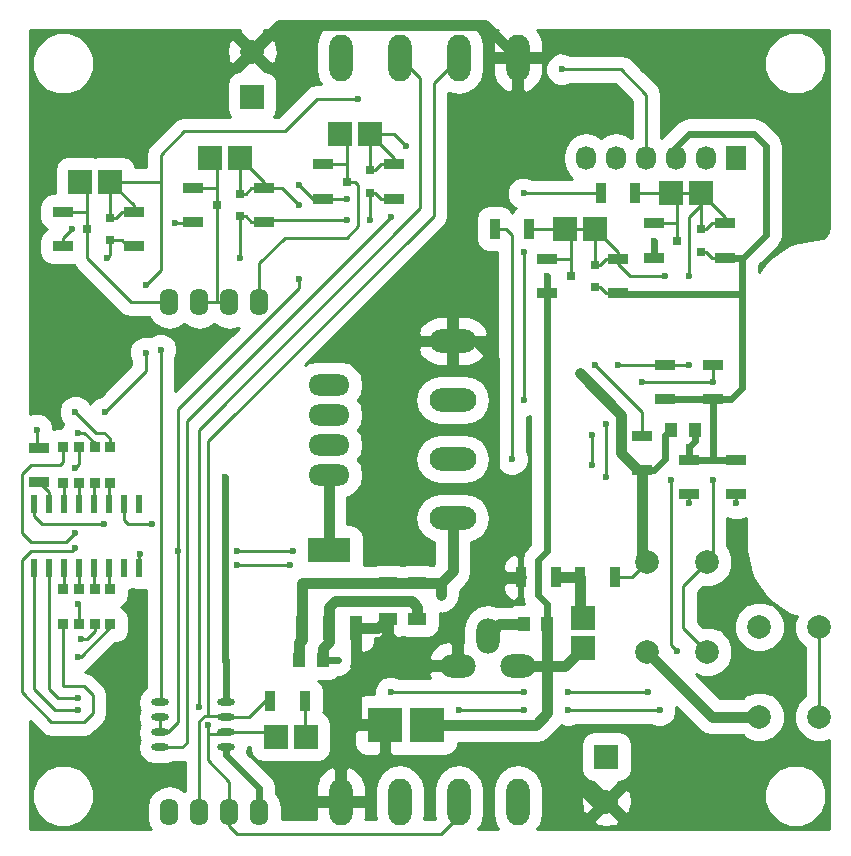
<source format=gbr>
G04 #@! TF.FileFunction,Copper,L1,Top,Signal*
%FSLAX46Y46*%
G04 Gerber Fmt 4.6, Leading zero omitted, Abs format (unit mm)*
G04 Created by KiCad (PCBNEW 4.0.1-stable) date 3/20/2017 10:08:16 AM*
%MOMM*%
G01*
G04 APERTURE LIST*
%ADD10C,0.100000*%
%ADD11O,3.962400X1.981200*%
%ADD12R,1.600000X1.000000*%
%ADD13R,1.700000X0.900000*%
%ADD14R,3.657600X2.032000*%
%ADD15R,1.016000X2.032000*%
%ADD16R,0.600000X1.500000*%
%ADD17C,2.000000*%
%ADD18R,2.000000X2.000000*%
%ADD19R,0.800100X0.800100*%
%ADD20O,1.473200X0.609600*%
%ADD21O,1.981200X3.962400*%
%ADD22O,1.600000X2.300000*%
%ADD23R,1.000000X1.250000*%
%ADD24R,1.727200X2.032000*%
%ADD25O,1.727200X2.032000*%
%ADD26R,2.032000X2.032000*%
%ADD27R,0.900000X1.700000*%
%ADD28R,0.900000X0.900000*%
%ADD29O,1.998980X2.999740*%
%ADD30O,2.999740X1.998980*%
%ADD31R,3.000000X3.000000*%
%ADD32O,3.500120X1.800860*%
%ADD33C,0.600000*%
%ADD34C,0.900000*%
%ADD35C,0.250000*%
%ADD36C,0.600000*%
%ADD37C,0.254000*%
G04 APERTURE END LIST*
D10*
D11*
X129000000Y-134500000D03*
X129000000Y-129500000D03*
X129000000Y-119500000D03*
X129000000Y-124500000D03*
D12*
X123500000Y-143000000D03*
X123500000Y-140000000D03*
X126000000Y-143000000D03*
X126000000Y-140000000D03*
D13*
X94000000Y-131450000D03*
X94000000Y-128550000D03*
D14*
X118500000Y-137198000D03*
D15*
X118500000Y-143802000D03*
X120786000Y-143802000D03*
X116214000Y-143802000D03*
D16*
X93555000Y-138700000D03*
X94825000Y-138700000D03*
X96095000Y-138700000D03*
X97365000Y-138700000D03*
X98635000Y-138700000D03*
X99905000Y-138700000D03*
X101175000Y-138700000D03*
X102445000Y-138700000D03*
X102445000Y-133300000D03*
X101175000Y-133300000D03*
X99905000Y-133300000D03*
X98635000Y-133300000D03*
X97365000Y-133300000D03*
X96095000Y-133300000D03*
X94825000Y-133300000D03*
X93555000Y-133300000D03*
D17*
X142000000Y-158500000D03*
D18*
X142000000Y-154700000D03*
D19*
X150000760Y-111950000D03*
X150000760Y-110050000D03*
X148001780Y-111000000D03*
X141000760Y-114950000D03*
X141000760Y-113050000D03*
X139001780Y-114000000D03*
D13*
X153000000Y-132450000D03*
X153000000Y-129550000D03*
X149000000Y-132450000D03*
X149000000Y-129550000D03*
X145000000Y-130450000D03*
X145000000Y-127550000D03*
X152000000Y-109550000D03*
X152000000Y-112450000D03*
X143000000Y-112550000D03*
X143000000Y-115450000D03*
X146000000Y-109550000D03*
X146000000Y-112450000D03*
X137000000Y-112550000D03*
X137000000Y-115450000D03*
D17*
X160040000Y-143690000D03*
X154960000Y-143690000D03*
X160040000Y-151310000D03*
X154960000Y-151310000D03*
X150540000Y-138190000D03*
X145460000Y-138190000D03*
X150540000Y-145810000D03*
X145460000Y-145810000D03*
D20*
X104206000Y-150095000D03*
X104206000Y-151365000D03*
X104206000Y-152635000D03*
X104206000Y-153905000D03*
X109794000Y-153905000D03*
X109794000Y-152635000D03*
X109794000Y-151365000D03*
X109794000Y-150095000D03*
D17*
X112000000Y-95000000D03*
D18*
X112000000Y-98800000D03*
D21*
X134500000Y-158500000D03*
X129500000Y-158500000D03*
X119500000Y-158500000D03*
X124500000Y-158500000D03*
X119500000Y-95500000D03*
X124500000Y-95500000D03*
X134500000Y-95500000D03*
X129500000Y-95500000D03*
D19*
X122000760Y-106950000D03*
X122000760Y-105050000D03*
X120001780Y-106000000D03*
X111000760Y-108950000D03*
X111000760Y-107050000D03*
X109001780Y-108000000D03*
D13*
X124000000Y-104550000D03*
X124000000Y-107450000D03*
X113000000Y-106550000D03*
X113000000Y-109450000D03*
X118000000Y-104550000D03*
X118000000Y-107450000D03*
X107000000Y-106550000D03*
X107000000Y-109450000D03*
D19*
X100000760Y-110950000D03*
X100000760Y-109050000D03*
X98001780Y-110000000D03*
D13*
X147000000Y-121550000D03*
X147000000Y-124450000D03*
X151000000Y-121550000D03*
X151000000Y-124450000D03*
X102000000Y-108550000D03*
X102000000Y-111450000D03*
X96000000Y-108550000D03*
X96000000Y-111450000D03*
D22*
X105000000Y-116220000D03*
X107540000Y-116220000D03*
X110080000Y-116220000D03*
X112620000Y-116220000D03*
X112620000Y-159400000D03*
X110080000Y-159400000D03*
X107540000Y-159400000D03*
X105000000Y-159400000D03*
D23*
X118000000Y-146500000D03*
X116000000Y-146500000D03*
X137000000Y-143500000D03*
X135000000Y-143500000D03*
D24*
X153000000Y-104000000D03*
D25*
X150460000Y-104000000D03*
X147920000Y-104000000D03*
X145380000Y-104000000D03*
X142840000Y-104000000D03*
X140300000Y-104000000D03*
D26*
X140000000Y-145500000D03*
X140000000Y-142960000D03*
D27*
X137700000Y-139500000D03*
X134800000Y-139500000D03*
X142700000Y-139500000D03*
X139800000Y-139500000D03*
D28*
X100000000Y-128500000D03*
X96000000Y-128500000D03*
X98660000Y-128500000D03*
X97340000Y-128500000D03*
X98660000Y-131500000D03*
X100000000Y-131500000D03*
X96000000Y-131500000D03*
X97340000Y-131500000D03*
X96000000Y-143500000D03*
X100000000Y-143500000D03*
X97340000Y-143500000D03*
X98660000Y-143500000D03*
X97340000Y-140500000D03*
X96000000Y-140500000D03*
X100000000Y-140500000D03*
X98660000Y-140500000D03*
D29*
X131960000Y-144460000D03*
D30*
X134500000Y-147000000D03*
X129420000Y-147000000D03*
D27*
X135450000Y-110000000D03*
X132550000Y-110000000D03*
X144450000Y-107000000D03*
X141550000Y-107000000D03*
D31*
X123250000Y-152000000D03*
X126790000Y-152000000D03*
D26*
X150000000Y-107000000D03*
X147460000Y-107000000D03*
X141000000Y-110000000D03*
X138460000Y-110000000D03*
X122000000Y-102000000D03*
X119460000Y-102000000D03*
X111000000Y-104000000D03*
X108460000Y-104000000D03*
X100000000Y-106000000D03*
X97460000Y-106000000D03*
D32*
X118500000Y-123190000D03*
X118500000Y-125730000D03*
X118500000Y-128270000D03*
X118500000Y-130810000D03*
D26*
X114000000Y-153000000D03*
X116540000Y-153000000D03*
D27*
X113550000Y-150000000D03*
X116450000Y-150000000D03*
D23*
X149500000Y-127000000D03*
X147500000Y-127000000D03*
D33*
X122698000Y-143802000D03*
X102500000Y-144500000D03*
X128000000Y-141000000D03*
X128000000Y-140000000D03*
X93750000Y-127000000D03*
X116250000Y-140000000D03*
X139750000Y-122250000D03*
X102500000Y-137500000D03*
X103000000Y-120500000D03*
X99580000Y-125500000D03*
X109750000Y-131000000D03*
X122000000Y-109250000D03*
X120000000Y-109250000D03*
X111000000Y-112500000D03*
X99750000Y-112500000D03*
X119250000Y-146500000D03*
X109750000Y-146500000D03*
X149000000Y-128500000D03*
X99500000Y-135000000D03*
X147000000Y-114000000D03*
X149000000Y-114000000D03*
X115250000Y-138500000D03*
X110750000Y-138500000D03*
X103500000Y-135000000D03*
X149000000Y-133250000D03*
X97040000Y-125500000D03*
X97250000Y-127250000D03*
X97000000Y-130250000D03*
X97000000Y-135750000D03*
X97000000Y-137000000D03*
X97250000Y-141750000D03*
X97500000Y-144750000D03*
X97250000Y-146250000D03*
X107500000Y-150500000D03*
X108250000Y-152000000D03*
X123750000Y-109000000D03*
X125000000Y-103000000D03*
X104250000Y-120250000D03*
X138250000Y-96500000D03*
X103000000Y-114750000D03*
X121000000Y-99000000D03*
X105500000Y-109500000D03*
X96750000Y-110000000D03*
X116000000Y-106250000D03*
X120000000Y-107500000D03*
X127000000Y-152500000D03*
X137000000Y-114000000D03*
X146000000Y-111000000D03*
X115500000Y-137250000D03*
X110750000Y-137250000D03*
X116000000Y-114250000D03*
X116000000Y-108000000D03*
X105750000Y-137250000D03*
X153000000Y-133250000D03*
X147500000Y-131250000D03*
X145500000Y-149250000D03*
X138750000Y-149250000D03*
X97250000Y-149750000D03*
X135000000Y-149250000D03*
X123750000Y-149250000D03*
X149000000Y-121500000D03*
X148000000Y-145750000D03*
X143000000Y-121500000D03*
X146500000Y-150750000D03*
X138750000Y-150750000D03*
X97250000Y-150750000D03*
X129500000Y-150750000D03*
X135000000Y-150750000D03*
X151000000Y-131250000D03*
X151000000Y-123000000D03*
X145000000Y-123000000D03*
X141000000Y-121500000D03*
X140750000Y-127500000D03*
X140750000Y-130000000D03*
X142000000Y-126500000D03*
X142000000Y-131000000D03*
X134000000Y-129500000D03*
X135000000Y-107000000D03*
X135000000Y-112000000D03*
X135000000Y-124500000D03*
D34*
X120786000Y-143802000D02*
X122698000Y-143802000D01*
X101500000Y-145500000D02*
X101500000Y-156500000D01*
X102500000Y-144500000D02*
X101500000Y-145500000D01*
X134500000Y-95500000D02*
X131750000Y-92750000D01*
X114250000Y-92750000D02*
X112000000Y-95000000D01*
X131750000Y-92750000D02*
X114250000Y-92750000D01*
X129420000Y-147000000D02*
X120786000Y-147000000D01*
X120786000Y-147000000D02*
X120750000Y-147000000D01*
X120750000Y-147000000D02*
X120786000Y-147000000D01*
X123250000Y-152000000D02*
X120786000Y-152000000D01*
X132500000Y-139500000D02*
X132500000Y-136000000D01*
X129420000Y-147000000D02*
X129420000Y-142580000D01*
X132500000Y-139500000D02*
X134800000Y-139500000D01*
X129420000Y-142580000D02*
X132500000Y-139500000D01*
X129000000Y-119500000D02*
X129000000Y-109750000D01*
X134500000Y-104250000D02*
X134500000Y-95500000D01*
X129000000Y-109750000D02*
X134500000Y-104250000D01*
X119500000Y-155000000D02*
X137500000Y-155000000D01*
X137500000Y-155000000D02*
X141000000Y-158500000D01*
X141000000Y-158500000D02*
X142000000Y-158500000D01*
X132500000Y-136000000D02*
X132500000Y-121000000D01*
X131000000Y-119500000D02*
X129000000Y-119500000D01*
X132500000Y-121000000D02*
X131000000Y-119500000D01*
X122698000Y-143802000D02*
X123500000Y-143000000D01*
X120786000Y-145500000D02*
X120786000Y-143802000D01*
X119500000Y-158500000D02*
X119500000Y-155000000D01*
X119500000Y-155000000D02*
X119500000Y-153286000D01*
X119500000Y-153286000D02*
X120786000Y-152000000D01*
X120786000Y-145302000D02*
X120786000Y-145500000D01*
X120786000Y-145500000D02*
X120786000Y-147000000D01*
X120786000Y-147000000D02*
X120786000Y-148500000D01*
X120786000Y-148500000D02*
X120786000Y-152000000D01*
X128000000Y-140000000D02*
X128000000Y-141000000D01*
X116250000Y-140000000D02*
X128000000Y-140000000D01*
X128000000Y-140000000D02*
X129000000Y-139000000D01*
X129000000Y-139000000D02*
X129000000Y-134500000D01*
D35*
X93750000Y-127000000D02*
X93750000Y-128300000D01*
X93750000Y-128300000D02*
X94000000Y-128550000D01*
D36*
X116250000Y-140000000D02*
X116214000Y-140000000D01*
D34*
X128000000Y-140000000D02*
X127750000Y-140000000D01*
X145460000Y-145810000D02*
X150960000Y-151310000D01*
X150960000Y-151310000D02*
X154960000Y-151310000D01*
X127750000Y-140000000D02*
X128000000Y-140000000D01*
X127750000Y-140000000D02*
X126000000Y-140000000D01*
D35*
X142700000Y-139500000D02*
X144150000Y-139500000D01*
X144150000Y-139500000D02*
X145460000Y-138190000D01*
D36*
X145000000Y-130450000D02*
X146050000Y-130450000D01*
X147000000Y-129500000D02*
X147000000Y-127500000D01*
X146050000Y-130450000D02*
X147000000Y-129500000D01*
X147000000Y-127500000D02*
X147500000Y-127000000D01*
D35*
X143250000Y-128000000D02*
X143000000Y-128000000D01*
X143000000Y-128000000D02*
X143250000Y-128000000D01*
D34*
X145000000Y-130450000D02*
X144700000Y-130450000D01*
X144700000Y-130450000D02*
X143250000Y-129000000D01*
X143250000Y-125750000D02*
X139750000Y-122250000D01*
X143250000Y-129000000D02*
X143250000Y-128000000D01*
X143250000Y-128000000D02*
X143250000Y-125750000D01*
X145460000Y-138190000D02*
X145000000Y-137730000D01*
X145000000Y-137730000D02*
X145000000Y-130450000D01*
D36*
X109794000Y-153905000D02*
X109794000Y-154544000D01*
X109794000Y-154544000D02*
X112620000Y-157370000D01*
X112620000Y-157370000D02*
X112620000Y-159400000D01*
D34*
X116214000Y-141286000D02*
X116214000Y-140000000D01*
X116214000Y-141286000D02*
X116214000Y-143802000D01*
X116000000Y-146500000D02*
X116000000Y-145000000D01*
X116000000Y-145000000D02*
X116214000Y-144786000D01*
X116214000Y-144786000D02*
X116214000Y-143802000D01*
X126000000Y-140000000D02*
X123500000Y-140000000D01*
X135000000Y-143500000D02*
X132920000Y-143500000D01*
X132920000Y-143500000D02*
X131960000Y-144460000D01*
D35*
X102445000Y-137555000D02*
X102445000Y-138700000D01*
X102500000Y-137500000D02*
X102445000Y-137555000D01*
D36*
X154500000Y-102000000D02*
X155500000Y-103000000D01*
X153550000Y-112450000D02*
X152000000Y-112450000D01*
X155500000Y-110500000D02*
X153550000Y-112450000D01*
X155500000Y-103000000D02*
X155500000Y-110500000D01*
X147920000Y-103080000D02*
X149000000Y-102000000D01*
X149000000Y-102000000D02*
X154500000Y-102000000D01*
X153500000Y-114500000D02*
X153500000Y-112500000D01*
X153500000Y-112500000D02*
X153500000Y-112450000D01*
X152000000Y-112450000D02*
X153500000Y-112450000D01*
X143000000Y-115450000D02*
X143050000Y-115500000D01*
X143050000Y-115500000D02*
X153500000Y-115500000D01*
X153000000Y-124000000D02*
X153500000Y-123500000D01*
X153500000Y-123500000D02*
X153500000Y-115500000D01*
X153500000Y-115500000D02*
X153500000Y-114500000D01*
D35*
X99580000Y-125500000D02*
X103000000Y-122080000D01*
X103000000Y-122080000D02*
X103000000Y-120500000D01*
D36*
X109750000Y-146500000D02*
X109750000Y-131000000D01*
D35*
X120000000Y-109250000D02*
X113200000Y-109250000D01*
X113200000Y-109250000D02*
X113000000Y-109450000D01*
X122000000Y-109250000D02*
X122000000Y-106950760D01*
X122000000Y-106950760D02*
X122000760Y-106950000D01*
X111000000Y-112500000D02*
X111000760Y-112499240D01*
X111000760Y-112499240D02*
X111000760Y-108950000D01*
X100000760Y-112249240D02*
X100000760Y-110950000D01*
X99750000Y-112500000D02*
X100000760Y-112249240D01*
D36*
X119250000Y-146500000D02*
X118000000Y-146500000D01*
X109794000Y-150095000D02*
X109794000Y-146544000D01*
X109794000Y-146544000D02*
X109750000Y-146500000D01*
X149500000Y-127000000D02*
X149500000Y-128000000D01*
X149500000Y-128000000D02*
X149000000Y-128500000D01*
X149000000Y-128500000D02*
X149000000Y-129550000D01*
D35*
X111000760Y-108950000D02*
X111450000Y-108950000D01*
X111450000Y-108950000D02*
X111950000Y-109450000D01*
X111950000Y-109450000D02*
X113000000Y-109450000D01*
X122000760Y-106950000D02*
X122450000Y-106950000D01*
X122950000Y-107450000D02*
X124000000Y-107450000D01*
X122450000Y-106950000D02*
X122950000Y-107450000D01*
X102000000Y-111450000D02*
X101450000Y-111450000D01*
X101450000Y-111450000D02*
X100950000Y-110950000D01*
X100950000Y-110950000D02*
X100000760Y-110950000D01*
X150000760Y-111950000D02*
X150450000Y-111950000D01*
X150450000Y-111950000D02*
X150950000Y-112450000D01*
X150950000Y-112450000D02*
X152000000Y-112450000D01*
X143000000Y-115450000D02*
X141950000Y-115450000D01*
X141450000Y-114950000D02*
X141000760Y-114950000D01*
X141950000Y-115450000D02*
X141450000Y-114950000D01*
D36*
X153000000Y-124000000D02*
X152550000Y-124450000D01*
X152550000Y-124450000D02*
X151000000Y-124450000D01*
X147920000Y-104000000D02*
X147920000Y-103080000D01*
D35*
X151050000Y-124500000D02*
X151000000Y-124450000D01*
X148950000Y-129550000D02*
X149000000Y-129550000D01*
D36*
X151000000Y-124450000D02*
X151000000Y-129550000D01*
D35*
X151000000Y-129550000D02*
X151000000Y-129500000D01*
X151000000Y-129500000D02*
X151000000Y-129550000D01*
D36*
X149000000Y-129550000D02*
X151000000Y-129550000D01*
X151000000Y-129550000D02*
X153000000Y-129550000D01*
X147000000Y-124450000D02*
X151000000Y-124450000D01*
D34*
X118500000Y-137198000D02*
X118500000Y-130810000D01*
X118000000Y-146500000D02*
X118000000Y-145500000D01*
X118000000Y-145500000D02*
X118500000Y-145000000D01*
X118500000Y-145000000D02*
X118500000Y-143802000D01*
X118500000Y-143802000D02*
X118500000Y-142000000D01*
X126000000Y-142000000D02*
X126000000Y-143000000D01*
X118500000Y-142000000D02*
X119000000Y-141500000D01*
X119000000Y-141500000D02*
X120000000Y-141500000D01*
X120000000Y-141500000D02*
X125500000Y-141500000D01*
X125500000Y-141500000D02*
X126000000Y-142000000D01*
D35*
X93555000Y-133300000D02*
X93555000Y-134305000D01*
X94250000Y-135000000D02*
X99500000Y-135000000D01*
X93555000Y-134305000D02*
X94250000Y-135000000D01*
X138460000Y-110000000D02*
X141000000Y-110000000D01*
X135450000Y-110000000D02*
X138460000Y-110000000D01*
X137000000Y-112550000D02*
X139001780Y-112550000D01*
X139000000Y-112500000D02*
X139001780Y-112500000D01*
X139000000Y-112548220D02*
X139000000Y-112500000D01*
X139001780Y-112550000D02*
X139000000Y-112548220D01*
X139001780Y-114000000D02*
X139001780Y-112500000D01*
X139001780Y-112500000D02*
X139001780Y-110541780D01*
X139001780Y-110541780D02*
X138460000Y-110000000D01*
X143000000Y-112550000D02*
X143000000Y-112000000D01*
X143000000Y-112000000D02*
X141000000Y-110000000D01*
X144000000Y-114000000D02*
X143000000Y-113000000D01*
X147000000Y-114000000D02*
X144000000Y-114000000D01*
X143000000Y-113000000D02*
X143000000Y-112550000D01*
X141000760Y-113050000D02*
X141000760Y-110000760D01*
X141000760Y-110000760D02*
X141000000Y-110000000D01*
X143000000Y-112550000D02*
X141950000Y-112550000D01*
X141450000Y-113050000D02*
X141000760Y-113050000D01*
X141950000Y-112550000D02*
X141450000Y-113050000D01*
X147460000Y-107000000D02*
X150000000Y-107000000D01*
X144450000Y-107000000D02*
X147460000Y-107000000D01*
X146000000Y-109550000D02*
X148001780Y-109550000D01*
X148000000Y-109500000D02*
X148001780Y-109500000D01*
X148000000Y-109548220D02*
X148000000Y-109500000D01*
X148001780Y-109550000D02*
X148000000Y-109548220D01*
X148001780Y-111000000D02*
X148001780Y-109500000D01*
X148001780Y-109500000D02*
X148001780Y-107541780D01*
X148001780Y-107541780D02*
X147460000Y-107000000D01*
X152000000Y-109550000D02*
X152000000Y-109000000D01*
X152000000Y-109000000D02*
X150000000Y-107000000D01*
X149000000Y-109000000D02*
X150000000Y-108000000D01*
X149000000Y-114000000D02*
X149000000Y-109000000D01*
X150000000Y-108000000D02*
X150000000Y-107000000D01*
X150000760Y-110050000D02*
X150000760Y-107000760D01*
X150000760Y-107000760D02*
X150000000Y-107000000D01*
X150000760Y-110050000D02*
X150450000Y-110050000D01*
X150950000Y-109550000D02*
X152000000Y-109550000D01*
X150450000Y-110050000D02*
X150950000Y-109550000D01*
X94825000Y-133300000D02*
X94825000Y-132275000D01*
X94825000Y-132275000D02*
X94000000Y-131450000D01*
X110750000Y-138500000D02*
X115250000Y-138500000D01*
X101175000Y-133300000D02*
X101175000Y-134675000D01*
X101175000Y-134675000D02*
X101500000Y-135000000D01*
X103500000Y-135000000D02*
X101500000Y-135000000D01*
X149000000Y-133250000D02*
X149000000Y-132450000D01*
X100000000Y-128500000D02*
X100000000Y-127750000D01*
X99500000Y-127250000D02*
X100000000Y-127750000D01*
X98790000Y-127250000D02*
X99500000Y-127250000D01*
X98790000Y-127250000D02*
X97040000Y-125500000D01*
X98660000Y-128500000D02*
X98660000Y-128160000D01*
X98660000Y-128160000D02*
X97750000Y-127250000D01*
X97750000Y-127250000D02*
X97250000Y-127250000D01*
X97340000Y-128500000D02*
X97340000Y-129910000D01*
X97340000Y-129910000D02*
X97000000Y-130250000D01*
X96000000Y-128500000D02*
X96000000Y-129750000D01*
X96250000Y-136500000D02*
X97000000Y-135750000D01*
X93250000Y-136500000D02*
X96250000Y-136500000D01*
X92500000Y-135750000D02*
X93250000Y-136500000D01*
X92500000Y-130750000D02*
X92500000Y-135750000D01*
X93250000Y-130000000D02*
X92500000Y-130750000D01*
X95750000Y-130000000D02*
X93250000Y-130000000D01*
X96000000Y-129750000D02*
X95750000Y-130000000D01*
X92500000Y-148750000D02*
X92500000Y-149250000D01*
X97750000Y-148750000D02*
X96000000Y-148750000D01*
X98500000Y-149500000D02*
X97750000Y-148750000D01*
X98500000Y-151000000D02*
X98500000Y-149500000D01*
X97750000Y-151750000D02*
X98500000Y-151000000D01*
X95000000Y-151750000D02*
X97750000Y-151750000D01*
X92500000Y-149250000D02*
X95000000Y-151750000D01*
X92500000Y-148750000D02*
X92500000Y-148750000D01*
X96000000Y-148750000D02*
X96000000Y-148750000D01*
X96000000Y-148500000D02*
X96000000Y-148750000D01*
X96000000Y-143500000D02*
X96000000Y-148500000D01*
X92500000Y-148750000D02*
X92500000Y-143000000D01*
X96750000Y-137250000D02*
X97000000Y-137000000D01*
X93250000Y-137250000D02*
X96750000Y-137250000D01*
X92500000Y-138000000D02*
X93250000Y-137250000D01*
X92500000Y-143000000D02*
X92500000Y-138000000D01*
X97340000Y-143500000D02*
X97340000Y-141840000D01*
X97340000Y-141840000D02*
X97250000Y-141750000D01*
X97500000Y-144750000D02*
X98000000Y-144750000D01*
X98000000Y-144750000D02*
X98660000Y-144090000D01*
X98660000Y-144090000D02*
X98660000Y-143500000D01*
X100000000Y-143500000D02*
X100000000Y-143750000D01*
X100000000Y-143750000D02*
X97500000Y-146250000D01*
X97500000Y-146250000D02*
X97250000Y-146250000D01*
X112620000Y-116220000D02*
X112620000Y-112880000D01*
X120750000Y-106000000D02*
X120001780Y-106000000D01*
X121000000Y-106250000D02*
X120750000Y-106000000D01*
X121000000Y-109750000D02*
X121000000Y-106250000D01*
X120000000Y-110750000D02*
X121000000Y-109750000D01*
X114750000Y-110750000D02*
X120000000Y-110750000D01*
X112620000Y-112880000D02*
X114750000Y-110750000D01*
X112620000Y-116220000D02*
X112780000Y-116220000D01*
X118000000Y-104550000D02*
X120001780Y-104550000D01*
X120000000Y-104500000D02*
X120001780Y-104500000D01*
X120000000Y-104548220D02*
X120000000Y-104500000D01*
X120001780Y-104550000D02*
X120000000Y-104548220D01*
X120001780Y-106000000D02*
X120001780Y-104500000D01*
X120001780Y-104500000D02*
X120001780Y-102541780D01*
X120001780Y-102541780D02*
X119460000Y-102000000D01*
X98001780Y-110000000D02*
X98001780Y-112501780D01*
X98001780Y-112501780D02*
X101720000Y-116220000D01*
X101720000Y-116220000D02*
X105000000Y-116220000D01*
X96000000Y-108550000D02*
X98001780Y-108550000D01*
X98000000Y-108500000D02*
X98001780Y-108500000D01*
X98000000Y-108548220D02*
X98000000Y-108500000D01*
X98001780Y-108550000D02*
X98000000Y-108548220D01*
X98001780Y-110000000D02*
X98001780Y-108500000D01*
X98001780Y-108500000D02*
X98001780Y-106541780D01*
X98001780Y-106541780D02*
X97460000Y-106000000D01*
X126250000Y-108250000D02*
X126250000Y-97250000D01*
X107500000Y-127000000D02*
X126250000Y-108250000D01*
X124500000Y-95500000D02*
X126250000Y-97250000D01*
X108250000Y-152750000D02*
X109679000Y-152750000D01*
X109679000Y-152750000D02*
X109794000Y-152635000D01*
X108250000Y-153250000D02*
X108250000Y-152750000D01*
X108250000Y-152750000D02*
X108250000Y-152000000D01*
X107500000Y-150500000D02*
X107500000Y-127000000D01*
X129500000Y-158500000D02*
X129500000Y-159750000D01*
X129500000Y-159750000D02*
X128000000Y-161250000D01*
X128000000Y-161250000D02*
X110750000Y-161250000D01*
X110750000Y-161250000D02*
X110080000Y-160580000D01*
X110080000Y-160580000D02*
X110080000Y-159400000D01*
X110080000Y-159400000D02*
X110080000Y-156830000D01*
X108250000Y-155000000D02*
X108250000Y-153250000D01*
X110080000Y-156830000D02*
X108250000Y-155000000D01*
X109794000Y-152635000D02*
X113635000Y-152635000D01*
X113635000Y-152635000D02*
X114000000Y-153000000D01*
X127375000Y-108875000D02*
X127375000Y-97625000D01*
X127375000Y-97625000D02*
X129500000Y-95500000D01*
X108250000Y-128000000D02*
X127375000Y-108875000D01*
X108250000Y-151250000D02*
X108250000Y-128000000D01*
X107540000Y-152000000D02*
X107540000Y-151710000D01*
X108000000Y-151250000D02*
X107540000Y-151710000D01*
X108000000Y-151250000D02*
X108250000Y-151250000D01*
X108250000Y-151250000D02*
X109679000Y-151250000D01*
X111750000Y-151365000D02*
X113115000Y-150000000D01*
X113115000Y-150000000D02*
X113550000Y-150000000D01*
X109679000Y-151250000D02*
X109794000Y-151365000D01*
X107540000Y-152210000D02*
X107540000Y-152000000D01*
X107540000Y-159400000D02*
X107540000Y-152210000D01*
X109794000Y-151365000D02*
X111750000Y-151365000D01*
X106500000Y-126250000D02*
X123750000Y-109000000D01*
X106095000Y-153905000D02*
X106500000Y-153500000D01*
X104206000Y-153905000D02*
X106095000Y-153905000D01*
X106500000Y-153500000D02*
X106500000Y-126250000D01*
X124000000Y-102000000D02*
X122000000Y-102000000D01*
X125000000Y-103000000D02*
X124000000Y-102000000D01*
X124000000Y-104550000D02*
X124000000Y-104000000D01*
X124000000Y-104000000D02*
X122000000Y-102000000D01*
X122000760Y-105050000D02*
X122000760Y-102000760D01*
X122000760Y-102000760D02*
X122000000Y-102000000D01*
X122000760Y-105050000D02*
X122450000Y-105050000D01*
X122950000Y-104550000D02*
X124000000Y-104550000D01*
X122450000Y-105050000D02*
X122950000Y-104550000D01*
X145380000Y-104000000D02*
X145380000Y-98630000D01*
X145380000Y-98630000D02*
X143250000Y-96500000D01*
X143250000Y-96500000D02*
X138250000Y-96500000D01*
X106250000Y-101750000D02*
X114750000Y-101750000D01*
X114750000Y-101750000D02*
X117500000Y-99000000D01*
X103000000Y-106000000D02*
X104250000Y-106000000D01*
X104250000Y-107250000D02*
X104250000Y-106000000D01*
X104250000Y-106000000D02*
X104250000Y-103750000D01*
X104250000Y-113500000D02*
X103000000Y-114750000D01*
X104250000Y-107250000D02*
X104250000Y-113500000D01*
X104206000Y-150095000D02*
X104250000Y-150051000D01*
X104250000Y-150051000D02*
X104250000Y-120250000D01*
X121000000Y-99000000D02*
X117500000Y-99000000D01*
X106250000Y-101750000D02*
X104250000Y-103750000D01*
X103000000Y-106000000D02*
X100000000Y-106000000D01*
X102000000Y-108550000D02*
X102000000Y-108000000D01*
X102000000Y-108000000D02*
X100000000Y-106000000D01*
X100000760Y-109050000D02*
X100000760Y-106000760D01*
X100000760Y-106000760D02*
X100000000Y-106000000D01*
X100000760Y-109050000D02*
X100450000Y-109050000D01*
X100950000Y-108550000D02*
X102000000Y-108550000D01*
X100450000Y-109050000D02*
X100950000Y-108550000D01*
X96750000Y-110000000D02*
X96000000Y-110750000D01*
X96000000Y-110750000D02*
X96000000Y-111450000D01*
X107000000Y-109450000D02*
X106950000Y-109500000D01*
X106950000Y-109500000D02*
X105500000Y-109500000D01*
X118000000Y-107450000D02*
X117200000Y-107450000D01*
X117200000Y-107450000D02*
X116000000Y-106250000D01*
X119950000Y-107450000D02*
X118000000Y-107450000D01*
X120000000Y-107500000D02*
X119950000Y-107450000D01*
D36*
X127000000Y-152500000D02*
X126790000Y-152290000D01*
X126790000Y-152290000D02*
X126790000Y-152000000D01*
D34*
X126790000Y-152000000D02*
X136000000Y-152000000D01*
X136000000Y-152000000D02*
X137000000Y-151000000D01*
X137000000Y-151000000D02*
X137000000Y-147000000D01*
D36*
X137000000Y-143500000D02*
X137000000Y-141750000D01*
X137000000Y-137250000D02*
X137000000Y-115450000D01*
X136250000Y-138000000D02*
X137000000Y-137250000D01*
X136250000Y-141000000D02*
X136250000Y-138000000D01*
X137000000Y-141750000D02*
X136250000Y-141000000D01*
X137000000Y-115450000D02*
X137000000Y-114000000D01*
X146000000Y-111000000D02*
X146000000Y-112450000D01*
D34*
X137000000Y-143500000D02*
X137000000Y-147000000D01*
X134500000Y-147000000D02*
X137000000Y-147000000D01*
X137000000Y-147000000D02*
X138500000Y-147000000D01*
X138500000Y-147000000D02*
X140000000Y-145500000D01*
D35*
X110750000Y-137250000D02*
X115500000Y-137250000D01*
X113000000Y-106550000D02*
X114550000Y-106550000D01*
X114550000Y-106550000D02*
X116000000Y-108000000D01*
X116000000Y-115000000D02*
X105750000Y-125250000D01*
X116000000Y-114250000D02*
X116000000Y-115000000D01*
X116000000Y-108000000D02*
X116000000Y-108000000D01*
X105750000Y-151750000D02*
X105750000Y-137250000D01*
X105750000Y-137250000D02*
X105750000Y-125250000D01*
X104865000Y-152635000D02*
X105750000Y-151750000D01*
X104206000Y-152635000D02*
X104865000Y-152635000D01*
X113000000Y-106550000D02*
X113000000Y-106000000D01*
X113000000Y-106000000D02*
X111000000Y-104000000D01*
X111000760Y-107050000D02*
X111000760Y-104000760D01*
X111000760Y-104000760D02*
X111000000Y-104000000D01*
X111000760Y-107050000D02*
X111450000Y-107050000D01*
X111450000Y-107050000D02*
X111950000Y-106550000D01*
X111950000Y-106550000D02*
X113000000Y-106550000D01*
X104206000Y-151365000D02*
X104206000Y-152635000D01*
X160040000Y-151310000D02*
X160040000Y-143690000D01*
X153000000Y-133250000D02*
X153000000Y-132450000D01*
X148000000Y-145750000D02*
X147500000Y-145250000D01*
X147500000Y-145250000D02*
X147500000Y-131250000D01*
X138750000Y-149250000D02*
X145500000Y-149250000D01*
X94825000Y-149000000D02*
X95575000Y-149750000D01*
X95575000Y-149750000D02*
X97250000Y-149750000D01*
X123750000Y-149250000D02*
X135000000Y-149250000D01*
X149000000Y-121500000D02*
X148950000Y-121550000D01*
X148950000Y-121550000D02*
X147000000Y-121550000D01*
X94825000Y-138700000D02*
X94825000Y-149000000D01*
X143000000Y-121500000D02*
X146950000Y-121500000D01*
X146950000Y-121500000D02*
X147000000Y-121550000D01*
X150540000Y-145810000D02*
X148500000Y-143770000D01*
X148500000Y-140230000D02*
X150540000Y-138190000D01*
X148500000Y-143770000D02*
X148500000Y-140230000D01*
X138750000Y-150750000D02*
X146500000Y-150750000D01*
X93555000Y-149000000D02*
X95305000Y-150750000D01*
X95305000Y-150750000D02*
X97250000Y-150750000D01*
X93555000Y-148750000D02*
X93555000Y-138700000D01*
X93555000Y-148750000D02*
X93555000Y-149000000D01*
X129500000Y-150750000D02*
X135000000Y-150750000D01*
X150500000Y-123000000D02*
X151000000Y-123000000D01*
X150540000Y-138190000D02*
X151000000Y-137730000D01*
X151000000Y-137730000D02*
X151000000Y-131250000D01*
X151000000Y-123000000D02*
X151000000Y-122500000D01*
X151000000Y-121550000D02*
X151000000Y-122500000D01*
X150500000Y-123000000D02*
X145000000Y-123000000D01*
X109000000Y-116220000D02*
X109000000Y-108001780D01*
X109000000Y-108001780D02*
X109001780Y-108000000D01*
X107000000Y-106550000D02*
X109001780Y-106550000D01*
X109000000Y-106500000D02*
X109001780Y-106500000D01*
X109000000Y-106548220D02*
X109000000Y-106500000D01*
X109001780Y-106550000D02*
X109000000Y-106548220D01*
X109001780Y-108000000D02*
X109001780Y-106500000D01*
X109001780Y-106500000D02*
X109001780Y-104541780D01*
X109001780Y-104541780D02*
X108460000Y-104000000D01*
X107540000Y-116220000D02*
X109000000Y-116220000D01*
X109000000Y-116220000D02*
X110080000Y-116220000D01*
D34*
X139800000Y-139500000D02*
X139800000Y-142760000D01*
X139800000Y-142760000D02*
X140000000Y-142960000D01*
X137700000Y-139500000D02*
X139800000Y-139500000D01*
D35*
X145000000Y-125500000D02*
X145000000Y-127550000D01*
X141000000Y-121500000D02*
X145000000Y-125500000D01*
X98635000Y-133300000D02*
X98635000Y-131525000D01*
X98635000Y-131525000D02*
X98660000Y-131500000D01*
X99905000Y-133300000D02*
X99905000Y-131595000D01*
X99905000Y-131595000D02*
X100000000Y-131500000D01*
X96095000Y-133300000D02*
X96095000Y-131595000D01*
X96095000Y-131595000D02*
X96000000Y-131500000D01*
X97365000Y-133300000D02*
X97365000Y-131525000D01*
X97365000Y-131525000D02*
X97340000Y-131500000D01*
X97365000Y-138700000D02*
X97365000Y-140475000D01*
X97365000Y-140475000D02*
X97340000Y-140500000D01*
X96095000Y-138700000D02*
X96095000Y-140405000D01*
X96095000Y-140405000D02*
X96000000Y-140500000D01*
X99905000Y-138700000D02*
X99905000Y-140405000D01*
X99905000Y-140405000D02*
X100000000Y-140500000D01*
X98635000Y-138700000D02*
X98635000Y-140475000D01*
X98635000Y-140475000D02*
X98660000Y-140500000D01*
X140750000Y-130000000D02*
X140750000Y-127500000D01*
X142000000Y-131000000D02*
X142000000Y-126500000D01*
X134000000Y-129000000D02*
X134000000Y-129500000D01*
X133500000Y-110000000D02*
X132550000Y-110000000D01*
X134000000Y-110500000D02*
X133500000Y-110000000D01*
X134000000Y-129000000D02*
X134000000Y-110500000D01*
X135000000Y-124500000D02*
X135000000Y-112000000D01*
X135000000Y-107000000D02*
X141550000Y-107000000D01*
X116450000Y-150000000D02*
X116450000Y-152910000D01*
X116450000Y-152910000D02*
X116540000Y-153000000D01*
D37*
G36*
X132686334Y-93354422D02*
X132382400Y-94136400D01*
X132382400Y-95127000D01*
X134127000Y-95127000D01*
X134127000Y-95107000D01*
X134873000Y-95107000D01*
X134873000Y-95127000D01*
X136617600Y-95127000D01*
X136617600Y-94136400D01*
X136313666Y-93354422D01*
X136143882Y-93177000D01*
X160823000Y-93177000D01*
X160823000Y-109884077D01*
X160739049Y-110306125D01*
X160565645Y-110565644D01*
X160306125Y-110739049D01*
X159770379Y-110845616D01*
X157856962Y-111226218D01*
X157432677Y-111401962D01*
X155810560Y-112485826D01*
X155485827Y-112810559D01*
X154927000Y-113646902D01*
X154927000Y-113091082D01*
X156509041Y-111509042D01*
X156818376Y-111046090D01*
X156846103Y-110906697D01*
X156927000Y-110500000D01*
X156927000Y-103000000D01*
X156818376Y-102453911D01*
X156781050Y-102398049D01*
X156509042Y-101990959D01*
X155509041Y-100990959D01*
X155046089Y-100681624D01*
X154500000Y-100573000D01*
X149000000Y-100573000D01*
X148453911Y-100681624D01*
X147990959Y-100990958D01*
X146910959Y-102070959D01*
X146837563Y-102180804D01*
X146650000Y-102306130D01*
X146632000Y-102294102D01*
X146632000Y-98630005D01*
X146632001Y-98630000D01*
X146545020Y-98192725D01*
X146536697Y-98150880D01*
X146265298Y-97744702D01*
X145040846Y-96520250D01*
X155372545Y-96520250D01*
X155771639Y-97486132D01*
X156509981Y-98225764D01*
X157475165Y-98626543D01*
X158520250Y-98627455D01*
X159486132Y-98228361D01*
X160225764Y-97490019D01*
X160626543Y-96524835D01*
X160627455Y-95479750D01*
X160228361Y-94513868D01*
X159490019Y-93774236D01*
X158524835Y-93373457D01*
X157479750Y-93372545D01*
X156513868Y-93771639D01*
X155774236Y-94509981D01*
X155373457Y-95475165D01*
X155372545Y-96520250D01*
X145040846Y-96520250D01*
X144135298Y-95614702D01*
X143729120Y-95343303D01*
X143250000Y-95248000D01*
X138955943Y-95248000D01*
X138535093Y-95073248D01*
X137967397Y-95072752D01*
X137442725Y-95289543D01*
X137040953Y-95690614D01*
X136823248Y-96214907D01*
X136822752Y-96782603D01*
X137039543Y-97307275D01*
X137440614Y-97709047D01*
X137964907Y-97926752D01*
X138532603Y-97927248D01*
X138956734Y-97752000D01*
X142731404Y-97752000D01*
X144128000Y-99148596D01*
X144128000Y-102294102D01*
X144110000Y-102306130D01*
X143601770Y-101966541D01*
X142840000Y-101815016D01*
X142078230Y-101966541D01*
X141570000Y-102306130D01*
X141061770Y-101966541D01*
X140300000Y-101815016D01*
X139538230Y-101966541D01*
X138892433Y-102398049D01*
X138460925Y-103043846D01*
X138309400Y-103805616D01*
X138309400Y-104194384D01*
X138460925Y-104956154D01*
X138892433Y-105601951D01*
X139111011Y-105748000D01*
X135705943Y-105748000D01*
X135285093Y-105573248D01*
X134717397Y-105572752D01*
X134192725Y-105789543D01*
X133790953Y-106190614D01*
X133573248Y-106714907D01*
X133572752Y-107282603D01*
X133789543Y-107807275D01*
X134190614Y-108209047D01*
X134306357Y-108257108D01*
X134198781Y-108326331D01*
X133998160Y-108619949D01*
X133823669Y-108348781D01*
X133447056Y-108091452D01*
X133000000Y-108000921D01*
X132100000Y-108000921D01*
X131682359Y-108079506D01*
X131298781Y-108326331D01*
X131041452Y-108702944D01*
X130950921Y-109150000D01*
X130950921Y-110850000D01*
X131029506Y-111267641D01*
X131276331Y-111651219D01*
X131652944Y-111908548D01*
X132100000Y-111999079D01*
X132748000Y-111999079D01*
X132748000Y-128794057D01*
X132573248Y-129214907D01*
X132572752Y-129782603D01*
X132789543Y-130307275D01*
X133190614Y-130709047D01*
X133714907Y-130926752D01*
X134282603Y-130927248D01*
X134807275Y-130710457D01*
X135209047Y-130309386D01*
X135426752Y-129785093D01*
X135427248Y-129217397D01*
X135252000Y-128793266D01*
X135252000Y-125927221D01*
X135282603Y-125927248D01*
X135573000Y-125807258D01*
X135573000Y-136658918D01*
X135240959Y-136990959D01*
X134931624Y-137453911D01*
X134823000Y-138000000D01*
X134823000Y-141000000D01*
X134922125Y-141498335D01*
X134931624Y-141546089D01*
X135051784Y-141725921D01*
X134500000Y-141725921D01*
X134082359Y-141804506D01*
X133898214Y-141923000D01*
X132920000Y-141923000D01*
X132783633Y-141950125D01*
X132773772Y-141943536D01*
X131960000Y-141781667D01*
X131146228Y-141943536D01*
X130456345Y-142404502D01*
X129995379Y-143094385D01*
X129833510Y-143908157D01*
X129833510Y-145011843D01*
X129850455Y-145097033D01*
X129793000Y-145144124D01*
X129793000Y-146627000D01*
X129813000Y-146627000D01*
X129813000Y-147373000D01*
X129793000Y-147373000D01*
X129793000Y-147393000D01*
X129047000Y-147393000D01*
X129047000Y-147373000D01*
X127112983Y-147373000D01*
X126910224Y-147695907D01*
X127071780Y-147998000D01*
X124455943Y-147998000D01*
X124035093Y-147823248D01*
X123467397Y-147822752D01*
X122942725Y-148039543D01*
X122540953Y-148440614D01*
X122323248Y-148964907D01*
X122322891Y-149373000D01*
X121525826Y-149373000D01*
X121111606Y-149544576D01*
X120794575Y-149861606D01*
X120623000Y-150275826D01*
X120623000Y-151345250D01*
X120904750Y-151627000D01*
X122877000Y-151627000D01*
X122877000Y-151607000D01*
X123623000Y-151607000D01*
X123623000Y-151627000D01*
X123643000Y-151627000D01*
X123643000Y-152373000D01*
X123623000Y-152373000D01*
X123623000Y-154345250D01*
X123904750Y-154627000D01*
X124974174Y-154627000D01*
X125042077Y-154598873D01*
X125290000Y-154649079D01*
X128290000Y-154649079D01*
X128707641Y-154570494D01*
X129091219Y-154323669D01*
X129348548Y-153947056D01*
X129398577Y-153700000D01*
X139850921Y-153700000D01*
X139850921Y-155700000D01*
X139929506Y-156117641D01*
X140176331Y-156501219D01*
X140552944Y-156758548D01*
X140976010Y-156844221D01*
X140955825Y-156928324D01*
X142000000Y-157972498D01*
X143044175Y-156928324D01*
X143024069Y-156844550D01*
X143417641Y-156770494D01*
X143801219Y-156523669D01*
X144058548Y-156147056D01*
X144149079Y-155700000D01*
X144149079Y-153700000D01*
X144070494Y-153282359D01*
X143823669Y-152898781D01*
X143447056Y-152641452D01*
X143000000Y-152550921D01*
X141000000Y-152550921D01*
X140582359Y-152629506D01*
X140198781Y-152876331D01*
X139941452Y-153252944D01*
X139850921Y-153700000D01*
X129398577Y-153700000D01*
X129423486Y-153577000D01*
X136000000Y-153577000D01*
X136603492Y-153456958D01*
X137115107Y-153115107D01*
X138115108Y-152115107D01*
X138158837Y-152049661D01*
X138464907Y-152176752D01*
X139032603Y-152177248D01*
X139456734Y-152002000D01*
X145794057Y-152002000D01*
X146214907Y-152176752D01*
X146782603Y-152177248D01*
X147307275Y-151960457D01*
X147709047Y-151559386D01*
X147926752Y-151035093D01*
X147927213Y-150507428D01*
X149844893Y-152425108D01*
X150132082Y-152617001D01*
X150356508Y-152766958D01*
X150960000Y-152887000D01*
X153528840Y-152887000D01*
X153753578Y-153112131D01*
X154535057Y-153436630D01*
X155381230Y-153437368D01*
X156163274Y-153114234D01*
X156762131Y-152516422D01*
X157086630Y-151734943D01*
X157087368Y-150888770D01*
X156764234Y-150106726D01*
X156166422Y-149507869D01*
X155384943Y-149183370D01*
X154538770Y-149182632D01*
X153756726Y-149505766D01*
X153529095Y-149733000D01*
X151613215Y-149733000D01*
X149605086Y-147724871D01*
X150115057Y-147936630D01*
X150961230Y-147937368D01*
X151743274Y-147614234D01*
X152342131Y-147016422D01*
X152666630Y-146234943D01*
X152667368Y-145388770D01*
X152344234Y-144606726D01*
X151849603Y-144111230D01*
X152832632Y-144111230D01*
X153155766Y-144893274D01*
X153753578Y-145492131D01*
X154535057Y-145816630D01*
X155381230Y-145817368D01*
X156163274Y-145494234D01*
X156762131Y-144896422D01*
X157086630Y-144114943D01*
X157087368Y-143268770D01*
X156764234Y-142486726D01*
X156166422Y-141887869D01*
X155384943Y-141563370D01*
X154538770Y-141562632D01*
X153756726Y-141885766D01*
X153157869Y-142483578D01*
X152833370Y-143265057D01*
X152832632Y-144111230D01*
X151849603Y-144111230D01*
X151746422Y-144007869D01*
X150964943Y-143683370D01*
X150183284Y-143682688D01*
X149752000Y-143251404D01*
X149752000Y-140748596D01*
X150183906Y-140316690D01*
X150961230Y-140317368D01*
X151743274Y-139994234D01*
X152342131Y-139396422D01*
X152666630Y-138614943D01*
X152667368Y-137768770D01*
X152344234Y-136986726D01*
X152252000Y-136894331D01*
X152252000Y-134484537D01*
X152714907Y-134676752D01*
X153282603Y-134677248D01*
X153807275Y-134460457D01*
X153823000Y-134444759D01*
X153823000Y-137000000D01*
X153845616Y-137113698D01*
X153845616Y-137229621D01*
X154226218Y-139143038D01*
X154226218Y-139143039D01*
X154401962Y-139567323D01*
X155485827Y-141189441D01*
X155810560Y-141514174D01*
X157432677Y-142598038D01*
X157856962Y-142773782D01*
X158097498Y-142821628D01*
X157913370Y-143265057D01*
X157912632Y-144111230D01*
X158235766Y-144893274D01*
X158788000Y-145446473D01*
X158788000Y-149554407D01*
X158237869Y-150103578D01*
X157913370Y-150885057D01*
X157912632Y-151731230D01*
X158235766Y-152513274D01*
X158833578Y-153112131D01*
X159615057Y-153436630D01*
X160461230Y-153437368D01*
X160823000Y-153287888D01*
X160823000Y-160823000D01*
X136148285Y-160823000D01*
X136456407Y-160361863D01*
X136514128Y-160071676D01*
X140955825Y-160071676D01*
X141046047Y-160447589D01*
X141863972Y-160664400D01*
X142702607Y-160551700D01*
X142953953Y-160447589D01*
X143044175Y-160071676D01*
X142000000Y-159027502D01*
X140955825Y-160071676D01*
X136514128Y-160071676D01*
X136617600Y-159551493D01*
X136617600Y-158363972D01*
X139835600Y-158363972D01*
X139948300Y-159202607D01*
X140052411Y-159453953D01*
X140428324Y-159544175D01*
X141472498Y-158500000D01*
X142527502Y-158500000D01*
X143571676Y-159544175D01*
X143947589Y-159453953D01*
X144164400Y-158636028D01*
X144148842Y-158520250D01*
X155372545Y-158520250D01*
X155771639Y-159486132D01*
X156509981Y-160225764D01*
X157475165Y-160626543D01*
X158520250Y-160627455D01*
X159486132Y-160228361D01*
X160225764Y-159490019D01*
X160626543Y-158524835D01*
X160627455Y-157479750D01*
X160228361Y-156513868D01*
X159490019Y-155774236D01*
X158524835Y-155373457D01*
X157479750Y-155372545D01*
X156513868Y-155771639D01*
X155774236Y-156509981D01*
X155373457Y-157475165D01*
X155372545Y-158520250D01*
X144148842Y-158520250D01*
X144051700Y-157797393D01*
X143947589Y-157546047D01*
X143571676Y-157455825D01*
X142527502Y-158500000D01*
X141472498Y-158500000D01*
X140428324Y-157455825D01*
X140052411Y-157546047D01*
X139835600Y-158363972D01*
X136617600Y-158363972D01*
X136617600Y-157448507D01*
X136456407Y-156638137D01*
X135997369Y-155951138D01*
X135310370Y-155492100D01*
X134500000Y-155330907D01*
X133689630Y-155492100D01*
X133002631Y-155951138D01*
X132543593Y-156638137D01*
X132382400Y-157448507D01*
X132382400Y-159551493D01*
X132543593Y-160361863D01*
X132851715Y-160823000D01*
X131148285Y-160823000D01*
X131456407Y-160361863D01*
X131617600Y-159551493D01*
X131617600Y-157448507D01*
X131456407Y-156638137D01*
X130997369Y-155951138D01*
X130310370Y-155492100D01*
X129500000Y-155330907D01*
X128689630Y-155492100D01*
X128002631Y-155951138D01*
X127543593Y-156638137D01*
X127382400Y-157448507D01*
X127382400Y-159551493D01*
X127471216Y-159998000D01*
X126528784Y-159998000D01*
X126617600Y-159551493D01*
X126617600Y-157448507D01*
X126456407Y-156638137D01*
X125997369Y-155951138D01*
X125310370Y-155492100D01*
X124500000Y-155330907D01*
X123689630Y-155492100D01*
X123002631Y-155951138D01*
X122543593Y-156638137D01*
X122382400Y-157448507D01*
X122382400Y-159551493D01*
X122471216Y-159998000D01*
X121565362Y-159998000D01*
X121617600Y-159863600D01*
X121617600Y-158873000D01*
X119873000Y-158873000D01*
X119873000Y-158893000D01*
X119127000Y-158893000D01*
X119127000Y-158873000D01*
X117382400Y-158873000D01*
X117382400Y-159863600D01*
X117434638Y-159998000D01*
X114506543Y-159998000D01*
X114547000Y-159794609D01*
X114547000Y-159005391D01*
X114400316Y-158267960D01*
X114047000Y-157739185D01*
X114047000Y-157370000D01*
X114000535Y-157136400D01*
X117382400Y-157136400D01*
X117382400Y-158127000D01*
X119127000Y-158127000D01*
X119127000Y-155711842D01*
X119873000Y-155711842D01*
X119873000Y-158127000D01*
X121617600Y-158127000D01*
X121617600Y-157136400D01*
X121313666Y-156354422D01*
X120733618Y-155748280D01*
X120194494Y-155508923D01*
X119873000Y-155711842D01*
X119127000Y-155711842D01*
X118805506Y-155508923D01*
X118266382Y-155748280D01*
X117686334Y-156354422D01*
X117382400Y-157136400D01*
X114000535Y-157136400D01*
X113938376Y-156823911D01*
X113814246Y-156638137D01*
X113629042Y-156360959D01*
X111607666Y-154339584D01*
X111694110Y-153905000D01*
X111690530Y-153887000D01*
X111834921Y-153887000D01*
X111834921Y-154016000D01*
X111913506Y-154433641D01*
X112160331Y-154817219D01*
X112536944Y-155074548D01*
X112984000Y-155165079D01*
X115016000Y-155165079D01*
X115279324Y-155115531D01*
X115524000Y-155165079D01*
X117556000Y-155165079D01*
X117973641Y-155086494D01*
X118357219Y-154839669D01*
X118614548Y-154463056D01*
X118705079Y-154016000D01*
X118705079Y-152654750D01*
X120623000Y-152654750D01*
X120623000Y-153724174D01*
X120794575Y-154138394D01*
X121111606Y-154455424D01*
X121525826Y-154627000D01*
X122595250Y-154627000D01*
X122877000Y-154345250D01*
X122877000Y-152373000D01*
X120904750Y-152373000D01*
X120623000Y-152654750D01*
X118705079Y-152654750D01*
X118705079Y-151984000D01*
X118626494Y-151566359D01*
X118379669Y-151182781D01*
X118030063Y-150943905D01*
X118049079Y-150850000D01*
X118049079Y-149150000D01*
X117970494Y-148732359D01*
X117723669Y-148348781D01*
X117614339Y-148274079D01*
X118500000Y-148274079D01*
X118917641Y-148195494D01*
X119301219Y-147948669D01*
X119315985Y-147927059D01*
X119532603Y-147927248D01*
X120057275Y-147710457D01*
X120459047Y-147309386D01*
X120676752Y-146785093D01*
X120677172Y-146304093D01*
X126910224Y-146304093D01*
X127112983Y-146627000D01*
X129047000Y-146627000D01*
X129047000Y-145144124D01*
X128711033Y-144868765D01*
X127911322Y-145110818D01*
X127265115Y-145640482D01*
X126910224Y-146304093D01*
X120677172Y-146304093D01*
X120677248Y-146217397D01*
X120472757Y-145722493D01*
X120532000Y-145663250D01*
X120532000Y-144175000D01*
X120393000Y-144175000D01*
X120393000Y-143429000D01*
X120532000Y-143429000D01*
X120532000Y-143409000D01*
X121040000Y-143409000D01*
X121040000Y-143429000D01*
X121179000Y-143429000D01*
X121179000Y-144175000D01*
X121040000Y-144175000D01*
X121040000Y-145663250D01*
X121321750Y-145945000D01*
X121518174Y-145945000D01*
X121932394Y-145773425D01*
X122249424Y-145456394D01*
X122421000Y-145042174D01*
X122421000Y-144604290D01*
X122475826Y-144627000D01*
X122845250Y-144627000D01*
X123127000Y-144345250D01*
X123127000Y-143250000D01*
X123107000Y-143250000D01*
X123107000Y-143077000D01*
X123893000Y-143077000D01*
X123893000Y-143250000D01*
X123873000Y-143250000D01*
X123873000Y-144345250D01*
X124154750Y-144627000D01*
X124524174Y-144627000D01*
X124728973Y-144542169D01*
X124752944Y-144558548D01*
X125200000Y-144649079D01*
X126800000Y-144649079D01*
X127217641Y-144570494D01*
X127601219Y-144323669D01*
X127858548Y-143947056D01*
X127949079Y-143500000D01*
X127949079Y-142566871D01*
X128000000Y-142577000D01*
X128603492Y-142456958D01*
X129115107Y-142115107D01*
X129456958Y-141603492D01*
X129577000Y-141000000D01*
X129577000Y-140653214D01*
X130075464Y-140154750D01*
X133223000Y-140154750D01*
X133223000Y-140574174D01*
X133394576Y-140988394D01*
X133711606Y-141305425D01*
X134125826Y-141477000D01*
X134293250Y-141477000D01*
X134575000Y-141195250D01*
X134575000Y-139873000D01*
X133504750Y-139873000D01*
X133223000Y-140154750D01*
X130075464Y-140154750D01*
X130115108Y-140115107D01*
X130357728Y-139752000D01*
X130456958Y-139603492D01*
X130577000Y-139000000D01*
X130577000Y-138425826D01*
X133223000Y-138425826D01*
X133223000Y-138845250D01*
X133504750Y-139127000D01*
X134575000Y-139127000D01*
X134575000Y-137804750D01*
X134293250Y-137523000D01*
X134125826Y-137523000D01*
X133711606Y-137694575D01*
X133394576Y-138011606D01*
X133223000Y-138425826D01*
X130577000Y-138425826D01*
X130577000Y-136513070D01*
X130861863Y-136456407D01*
X131548862Y-135997369D01*
X132007900Y-135310370D01*
X132169093Y-134500000D01*
X132007900Y-133689630D01*
X131548862Y-133002631D01*
X130861863Y-132543593D01*
X130051493Y-132382400D01*
X127948507Y-132382400D01*
X127138137Y-132543593D01*
X126451138Y-133002631D01*
X125992100Y-133689630D01*
X125830907Y-134500000D01*
X125992100Y-135310370D01*
X126451138Y-135997369D01*
X127138137Y-136456407D01*
X127423000Y-136513070D01*
X127423000Y-138346785D01*
X127346786Y-138423000D01*
X127155937Y-138423000D01*
X126800000Y-138350921D01*
X125200000Y-138350921D01*
X124816935Y-138423000D01*
X124655937Y-138423000D01*
X124300000Y-138350921D01*
X122700000Y-138350921D01*
X122316935Y-138423000D01*
X121435555Y-138423000D01*
X121477879Y-138214000D01*
X121477879Y-136182000D01*
X121399294Y-135764359D01*
X121152469Y-135380781D01*
X120775856Y-135123452D01*
X120328800Y-135032921D01*
X120077000Y-135032921D01*
X120077000Y-132703959D01*
X120181859Y-132683101D01*
X120839605Y-132243610D01*
X121279096Y-131585864D01*
X121433425Y-130810000D01*
X121279096Y-130034136D01*
X120948926Y-129540000D01*
X120975653Y-129500000D01*
X125830907Y-129500000D01*
X125992100Y-130310370D01*
X126451138Y-130997369D01*
X127138137Y-131456407D01*
X127948507Y-131617600D01*
X130051493Y-131617600D01*
X130861863Y-131456407D01*
X131548862Y-130997369D01*
X132007900Y-130310370D01*
X132169093Y-129500000D01*
X132007900Y-128689630D01*
X131548862Y-128002631D01*
X130861863Y-127543593D01*
X130051493Y-127382400D01*
X127948507Y-127382400D01*
X127138137Y-127543593D01*
X126451138Y-128002631D01*
X125992100Y-128689630D01*
X125830907Y-129500000D01*
X120975653Y-129500000D01*
X121279096Y-129045864D01*
X121433425Y-128270000D01*
X121279096Y-127494136D01*
X120948926Y-127000000D01*
X121279096Y-126505864D01*
X121433425Y-125730000D01*
X121279096Y-124954136D01*
X120975654Y-124500000D01*
X125830907Y-124500000D01*
X125992100Y-125310370D01*
X126451138Y-125997369D01*
X127138137Y-126456407D01*
X127948507Y-126617600D01*
X130051493Y-126617600D01*
X130861863Y-126456407D01*
X131548862Y-125997369D01*
X132007900Y-125310370D01*
X132169093Y-124500000D01*
X132007900Y-123689630D01*
X131548862Y-123002631D01*
X130861863Y-122543593D01*
X130051493Y-122382400D01*
X127948507Y-122382400D01*
X127138137Y-122543593D01*
X126451138Y-123002631D01*
X125992100Y-123689630D01*
X125830907Y-124500000D01*
X120975654Y-124500000D01*
X120948926Y-124460000D01*
X121279096Y-123965864D01*
X121433425Y-123190000D01*
X121279096Y-122414136D01*
X120839605Y-121756390D01*
X120181859Y-121316899D01*
X119405995Y-121162570D01*
X117594005Y-121162570D01*
X116818141Y-121316899D01*
X116473245Y-121547351D01*
X117826101Y-120194494D01*
X126008923Y-120194494D01*
X126248280Y-120733618D01*
X126854422Y-121313666D01*
X127636400Y-121617600D01*
X128627000Y-121617600D01*
X128627000Y-119873000D01*
X129373000Y-119873000D01*
X129373000Y-121617600D01*
X130363600Y-121617600D01*
X131145578Y-121313666D01*
X131751720Y-120733618D01*
X131991077Y-120194494D01*
X131788158Y-119873000D01*
X129373000Y-119873000D01*
X128627000Y-119873000D01*
X126211842Y-119873000D01*
X126008923Y-120194494D01*
X117826101Y-120194494D01*
X119215089Y-118805506D01*
X126008923Y-118805506D01*
X126211842Y-119127000D01*
X128627000Y-119127000D01*
X128627000Y-117382400D01*
X129373000Y-117382400D01*
X129373000Y-119127000D01*
X131788158Y-119127000D01*
X131991077Y-118805506D01*
X131751720Y-118266382D01*
X131145578Y-117686334D01*
X130363600Y-117382400D01*
X129373000Y-117382400D01*
X128627000Y-117382400D01*
X127636400Y-117382400D01*
X126854422Y-117686334D01*
X126248280Y-118266382D01*
X126008923Y-118805506D01*
X119215089Y-118805506D01*
X128260295Y-109760300D01*
X128260298Y-109760298D01*
X128531697Y-109354120D01*
X128627000Y-108875000D01*
X128627000Y-98466052D01*
X128689630Y-98507900D01*
X129500000Y-98669093D01*
X130310370Y-98507900D01*
X130997369Y-98048862D01*
X131456407Y-97361863D01*
X131617600Y-96551493D01*
X131617600Y-95873000D01*
X132382400Y-95873000D01*
X132382400Y-96863600D01*
X132686334Y-97645578D01*
X133266382Y-98251720D01*
X133805506Y-98491077D01*
X134127000Y-98288158D01*
X134127000Y-95873000D01*
X134873000Y-95873000D01*
X134873000Y-98288158D01*
X135194494Y-98491077D01*
X135733618Y-98251720D01*
X136313666Y-97645578D01*
X136617600Y-96863600D01*
X136617600Y-95873000D01*
X134873000Y-95873000D01*
X134127000Y-95873000D01*
X132382400Y-95873000D01*
X131617600Y-95873000D01*
X131617600Y-94448507D01*
X131456407Y-93638137D01*
X131148285Y-93177000D01*
X132856118Y-93177000D01*
X132686334Y-93354422D01*
X132686334Y-93354422D01*
G37*
X132686334Y-93354422D02*
X132382400Y-94136400D01*
X132382400Y-95127000D01*
X134127000Y-95127000D01*
X134127000Y-95107000D01*
X134873000Y-95107000D01*
X134873000Y-95127000D01*
X136617600Y-95127000D01*
X136617600Y-94136400D01*
X136313666Y-93354422D01*
X136143882Y-93177000D01*
X160823000Y-93177000D01*
X160823000Y-109884077D01*
X160739049Y-110306125D01*
X160565645Y-110565644D01*
X160306125Y-110739049D01*
X159770379Y-110845616D01*
X157856962Y-111226218D01*
X157432677Y-111401962D01*
X155810560Y-112485826D01*
X155485827Y-112810559D01*
X154927000Y-113646902D01*
X154927000Y-113091082D01*
X156509041Y-111509042D01*
X156818376Y-111046090D01*
X156846103Y-110906697D01*
X156927000Y-110500000D01*
X156927000Y-103000000D01*
X156818376Y-102453911D01*
X156781050Y-102398049D01*
X156509042Y-101990959D01*
X155509041Y-100990959D01*
X155046089Y-100681624D01*
X154500000Y-100573000D01*
X149000000Y-100573000D01*
X148453911Y-100681624D01*
X147990959Y-100990958D01*
X146910959Y-102070959D01*
X146837563Y-102180804D01*
X146650000Y-102306130D01*
X146632000Y-102294102D01*
X146632000Y-98630005D01*
X146632001Y-98630000D01*
X146545020Y-98192725D01*
X146536697Y-98150880D01*
X146265298Y-97744702D01*
X145040846Y-96520250D01*
X155372545Y-96520250D01*
X155771639Y-97486132D01*
X156509981Y-98225764D01*
X157475165Y-98626543D01*
X158520250Y-98627455D01*
X159486132Y-98228361D01*
X160225764Y-97490019D01*
X160626543Y-96524835D01*
X160627455Y-95479750D01*
X160228361Y-94513868D01*
X159490019Y-93774236D01*
X158524835Y-93373457D01*
X157479750Y-93372545D01*
X156513868Y-93771639D01*
X155774236Y-94509981D01*
X155373457Y-95475165D01*
X155372545Y-96520250D01*
X145040846Y-96520250D01*
X144135298Y-95614702D01*
X143729120Y-95343303D01*
X143250000Y-95248000D01*
X138955943Y-95248000D01*
X138535093Y-95073248D01*
X137967397Y-95072752D01*
X137442725Y-95289543D01*
X137040953Y-95690614D01*
X136823248Y-96214907D01*
X136822752Y-96782603D01*
X137039543Y-97307275D01*
X137440614Y-97709047D01*
X137964907Y-97926752D01*
X138532603Y-97927248D01*
X138956734Y-97752000D01*
X142731404Y-97752000D01*
X144128000Y-99148596D01*
X144128000Y-102294102D01*
X144110000Y-102306130D01*
X143601770Y-101966541D01*
X142840000Y-101815016D01*
X142078230Y-101966541D01*
X141570000Y-102306130D01*
X141061770Y-101966541D01*
X140300000Y-101815016D01*
X139538230Y-101966541D01*
X138892433Y-102398049D01*
X138460925Y-103043846D01*
X138309400Y-103805616D01*
X138309400Y-104194384D01*
X138460925Y-104956154D01*
X138892433Y-105601951D01*
X139111011Y-105748000D01*
X135705943Y-105748000D01*
X135285093Y-105573248D01*
X134717397Y-105572752D01*
X134192725Y-105789543D01*
X133790953Y-106190614D01*
X133573248Y-106714907D01*
X133572752Y-107282603D01*
X133789543Y-107807275D01*
X134190614Y-108209047D01*
X134306357Y-108257108D01*
X134198781Y-108326331D01*
X133998160Y-108619949D01*
X133823669Y-108348781D01*
X133447056Y-108091452D01*
X133000000Y-108000921D01*
X132100000Y-108000921D01*
X131682359Y-108079506D01*
X131298781Y-108326331D01*
X131041452Y-108702944D01*
X130950921Y-109150000D01*
X130950921Y-110850000D01*
X131029506Y-111267641D01*
X131276331Y-111651219D01*
X131652944Y-111908548D01*
X132100000Y-111999079D01*
X132748000Y-111999079D01*
X132748000Y-128794057D01*
X132573248Y-129214907D01*
X132572752Y-129782603D01*
X132789543Y-130307275D01*
X133190614Y-130709047D01*
X133714907Y-130926752D01*
X134282603Y-130927248D01*
X134807275Y-130710457D01*
X135209047Y-130309386D01*
X135426752Y-129785093D01*
X135427248Y-129217397D01*
X135252000Y-128793266D01*
X135252000Y-125927221D01*
X135282603Y-125927248D01*
X135573000Y-125807258D01*
X135573000Y-136658918D01*
X135240959Y-136990959D01*
X134931624Y-137453911D01*
X134823000Y-138000000D01*
X134823000Y-141000000D01*
X134922125Y-141498335D01*
X134931624Y-141546089D01*
X135051784Y-141725921D01*
X134500000Y-141725921D01*
X134082359Y-141804506D01*
X133898214Y-141923000D01*
X132920000Y-141923000D01*
X132783633Y-141950125D01*
X132773772Y-141943536D01*
X131960000Y-141781667D01*
X131146228Y-141943536D01*
X130456345Y-142404502D01*
X129995379Y-143094385D01*
X129833510Y-143908157D01*
X129833510Y-145011843D01*
X129850455Y-145097033D01*
X129793000Y-145144124D01*
X129793000Y-146627000D01*
X129813000Y-146627000D01*
X129813000Y-147373000D01*
X129793000Y-147373000D01*
X129793000Y-147393000D01*
X129047000Y-147393000D01*
X129047000Y-147373000D01*
X127112983Y-147373000D01*
X126910224Y-147695907D01*
X127071780Y-147998000D01*
X124455943Y-147998000D01*
X124035093Y-147823248D01*
X123467397Y-147822752D01*
X122942725Y-148039543D01*
X122540953Y-148440614D01*
X122323248Y-148964907D01*
X122322891Y-149373000D01*
X121525826Y-149373000D01*
X121111606Y-149544576D01*
X120794575Y-149861606D01*
X120623000Y-150275826D01*
X120623000Y-151345250D01*
X120904750Y-151627000D01*
X122877000Y-151627000D01*
X122877000Y-151607000D01*
X123623000Y-151607000D01*
X123623000Y-151627000D01*
X123643000Y-151627000D01*
X123643000Y-152373000D01*
X123623000Y-152373000D01*
X123623000Y-154345250D01*
X123904750Y-154627000D01*
X124974174Y-154627000D01*
X125042077Y-154598873D01*
X125290000Y-154649079D01*
X128290000Y-154649079D01*
X128707641Y-154570494D01*
X129091219Y-154323669D01*
X129348548Y-153947056D01*
X129398577Y-153700000D01*
X139850921Y-153700000D01*
X139850921Y-155700000D01*
X139929506Y-156117641D01*
X140176331Y-156501219D01*
X140552944Y-156758548D01*
X140976010Y-156844221D01*
X140955825Y-156928324D01*
X142000000Y-157972498D01*
X143044175Y-156928324D01*
X143024069Y-156844550D01*
X143417641Y-156770494D01*
X143801219Y-156523669D01*
X144058548Y-156147056D01*
X144149079Y-155700000D01*
X144149079Y-153700000D01*
X144070494Y-153282359D01*
X143823669Y-152898781D01*
X143447056Y-152641452D01*
X143000000Y-152550921D01*
X141000000Y-152550921D01*
X140582359Y-152629506D01*
X140198781Y-152876331D01*
X139941452Y-153252944D01*
X139850921Y-153700000D01*
X129398577Y-153700000D01*
X129423486Y-153577000D01*
X136000000Y-153577000D01*
X136603492Y-153456958D01*
X137115107Y-153115107D01*
X138115108Y-152115107D01*
X138158837Y-152049661D01*
X138464907Y-152176752D01*
X139032603Y-152177248D01*
X139456734Y-152002000D01*
X145794057Y-152002000D01*
X146214907Y-152176752D01*
X146782603Y-152177248D01*
X147307275Y-151960457D01*
X147709047Y-151559386D01*
X147926752Y-151035093D01*
X147927213Y-150507428D01*
X149844893Y-152425108D01*
X150132082Y-152617001D01*
X150356508Y-152766958D01*
X150960000Y-152887000D01*
X153528840Y-152887000D01*
X153753578Y-153112131D01*
X154535057Y-153436630D01*
X155381230Y-153437368D01*
X156163274Y-153114234D01*
X156762131Y-152516422D01*
X157086630Y-151734943D01*
X157087368Y-150888770D01*
X156764234Y-150106726D01*
X156166422Y-149507869D01*
X155384943Y-149183370D01*
X154538770Y-149182632D01*
X153756726Y-149505766D01*
X153529095Y-149733000D01*
X151613215Y-149733000D01*
X149605086Y-147724871D01*
X150115057Y-147936630D01*
X150961230Y-147937368D01*
X151743274Y-147614234D01*
X152342131Y-147016422D01*
X152666630Y-146234943D01*
X152667368Y-145388770D01*
X152344234Y-144606726D01*
X151849603Y-144111230D01*
X152832632Y-144111230D01*
X153155766Y-144893274D01*
X153753578Y-145492131D01*
X154535057Y-145816630D01*
X155381230Y-145817368D01*
X156163274Y-145494234D01*
X156762131Y-144896422D01*
X157086630Y-144114943D01*
X157087368Y-143268770D01*
X156764234Y-142486726D01*
X156166422Y-141887869D01*
X155384943Y-141563370D01*
X154538770Y-141562632D01*
X153756726Y-141885766D01*
X153157869Y-142483578D01*
X152833370Y-143265057D01*
X152832632Y-144111230D01*
X151849603Y-144111230D01*
X151746422Y-144007869D01*
X150964943Y-143683370D01*
X150183284Y-143682688D01*
X149752000Y-143251404D01*
X149752000Y-140748596D01*
X150183906Y-140316690D01*
X150961230Y-140317368D01*
X151743274Y-139994234D01*
X152342131Y-139396422D01*
X152666630Y-138614943D01*
X152667368Y-137768770D01*
X152344234Y-136986726D01*
X152252000Y-136894331D01*
X152252000Y-134484537D01*
X152714907Y-134676752D01*
X153282603Y-134677248D01*
X153807275Y-134460457D01*
X153823000Y-134444759D01*
X153823000Y-137000000D01*
X153845616Y-137113698D01*
X153845616Y-137229621D01*
X154226218Y-139143038D01*
X154226218Y-139143039D01*
X154401962Y-139567323D01*
X155485827Y-141189441D01*
X155810560Y-141514174D01*
X157432677Y-142598038D01*
X157856962Y-142773782D01*
X158097498Y-142821628D01*
X157913370Y-143265057D01*
X157912632Y-144111230D01*
X158235766Y-144893274D01*
X158788000Y-145446473D01*
X158788000Y-149554407D01*
X158237869Y-150103578D01*
X157913370Y-150885057D01*
X157912632Y-151731230D01*
X158235766Y-152513274D01*
X158833578Y-153112131D01*
X159615057Y-153436630D01*
X160461230Y-153437368D01*
X160823000Y-153287888D01*
X160823000Y-160823000D01*
X136148285Y-160823000D01*
X136456407Y-160361863D01*
X136514128Y-160071676D01*
X140955825Y-160071676D01*
X141046047Y-160447589D01*
X141863972Y-160664400D01*
X142702607Y-160551700D01*
X142953953Y-160447589D01*
X143044175Y-160071676D01*
X142000000Y-159027502D01*
X140955825Y-160071676D01*
X136514128Y-160071676D01*
X136617600Y-159551493D01*
X136617600Y-158363972D01*
X139835600Y-158363972D01*
X139948300Y-159202607D01*
X140052411Y-159453953D01*
X140428324Y-159544175D01*
X141472498Y-158500000D01*
X142527502Y-158500000D01*
X143571676Y-159544175D01*
X143947589Y-159453953D01*
X144164400Y-158636028D01*
X144148842Y-158520250D01*
X155372545Y-158520250D01*
X155771639Y-159486132D01*
X156509981Y-160225764D01*
X157475165Y-160626543D01*
X158520250Y-160627455D01*
X159486132Y-160228361D01*
X160225764Y-159490019D01*
X160626543Y-158524835D01*
X160627455Y-157479750D01*
X160228361Y-156513868D01*
X159490019Y-155774236D01*
X158524835Y-155373457D01*
X157479750Y-155372545D01*
X156513868Y-155771639D01*
X155774236Y-156509981D01*
X155373457Y-157475165D01*
X155372545Y-158520250D01*
X144148842Y-158520250D01*
X144051700Y-157797393D01*
X143947589Y-157546047D01*
X143571676Y-157455825D01*
X142527502Y-158500000D01*
X141472498Y-158500000D01*
X140428324Y-157455825D01*
X140052411Y-157546047D01*
X139835600Y-158363972D01*
X136617600Y-158363972D01*
X136617600Y-157448507D01*
X136456407Y-156638137D01*
X135997369Y-155951138D01*
X135310370Y-155492100D01*
X134500000Y-155330907D01*
X133689630Y-155492100D01*
X133002631Y-155951138D01*
X132543593Y-156638137D01*
X132382400Y-157448507D01*
X132382400Y-159551493D01*
X132543593Y-160361863D01*
X132851715Y-160823000D01*
X131148285Y-160823000D01*
X131456407Y-160361863D01*
X131617600Y-159551493D01*
X131617600Y-157448507D01*
X131456407Y-156638137D01*
X130997369Y-155951138D01*
X130310370Y-155492100D01*
X129500000Y-155330907D01*
X128689630Y-155492100D01*
X128002631Y-155951138D01*
X127543593Y-156638137D01*
X127382400Y-157448507D01*
X127382400Y-159551493D01*
X127471216Y-159998000D01*
X126528784Y-159998000D01*
X126617600Y-159551493D01*
X126617600Y-157448507D01*
X126456407Y-156638137D01*
X125997369Y-155951138D01*
X125310370Y-155492100D01*
X124500000Y-155330907D01*
X123689630Y-155492100D01*
X123002631Y-155951138D01*
X122543593Y-156638137D01*
X122382400Y-157448507D01*
X122382400Y-159551493D01*
X122471216Y-159998000D01*
X121565362Y-159998000D01*
X121617600Y-159863600D01*
X121617600Y-158873000D01*
X119873000Y-158873000D01*
X119873000Y-158893000D01*
X119127000Y-158893000D01*
X119127000Y-158873000D01*
X117382400Y-158873000D01*
X117382400Y-159863600D01*
X117434638Y-159998000D01*
X114506543Y-159998000D01*
X114547000Y-159794609D01*
X114547000Y-159005391D01*
X114400316Y-158267960D01*
X114047000Y-157739185D01*
X114047000Y-157370000D01*
X114000535Y-157136400D01*
X117382400Y-157136400D01*
X117382400Y-158127000D01*
X119127000Y-158127000D01*
X119127000Y-155711842D01*
X119873000Y-155711842D01*
X119873000Y-158127000D01*
X121617600Y-158127000D01*
X121617600Y-157136400D01*
X121313666Y-156354422D01*
X120733618Y-155748280D01*
X120194494Y-155508923D01*
X119873000Y-155711842D01*
X119127000Y-155711842D01*
X118805506Y-155508923D01*
X118266382Y-155748280D01*
X117686334Y-156354422D01*
X117382400Y-157136400D01*
X114000535Y-157136400D01*
X113938376Y-156823911D01*
X113814246Y-156638137D01*
X113629042Y-156360959D01*
X111607666Y-154339584D01*
X111694110Y-153905000D01*
X111690530Y-153887000D01*
X111834921Y-153887000D01*
X111834921Y-154016000D01*
X111913506Y-154433641D01*
X112160331Y-154817219D01*
X112536944Y-155074548D01*
X112984000Y-155165079D01*
X115016000Y-155165079D01*
X115279324Y-155115531D01*
X115524000Y-155165079D01*
X117556000Y-155165079D01*
X117973641Y-155086494D01*
X118357219Y-154839669D01*
X118614548Y-154463056D01*
X118705079Y-154016000D01*
X118705079Y-152654750D01*
X120623000Y-152654750D01*
X120623000Y-153724174D01*
X120794575Y-154138394D01*
X121111606Y-154455424D01*
X121525826Y-154627000D01*
X122595250Y-154627000D01*
X122877000Y-154345250D01*
X122877000Y-152373000D01*
X120904750Y-152373000D01*
X120623000Y-152654750D01*
X118705079Y-152654750D01*
X118705079Y-151984000D01*
X118626494Y-151566359D01*
X118379669Y-151182781D01*
X118030063Y-150943905D01*
X118049079Y-150850000D01*
X118049079Y-149150000D01*
X117970494Y-148732359D01*
X117723669Y-148348781D01*
X117614339Y-148274079D01*
X118500000Y-148274079D01*
X118917641Y-148195494D01*
X119301219Y-147948669D01*
X119315985Y-147927059D01*
X119532603Y-147927248D01*
X120057275Y-147710457D01*
X120459047Y-147309386D01*
X120676752Y-146785093D01*
X120677172Y-146304093D01*
X126910224Y-146304093D01*
X127112983Y-146627000D01*
X129047000Y-146627000D01*
X129047000Y-145144124D01*
X128711033Y-144868765D01*
X127911322Y-145110818D01*
X127265115Y-145640482D01*
X126910224Y-146304093D01*
X120677172Y-146304093D01*
X120677248Y-146217397D01*
X120472757Y-145722493D01*
X120532000Y-145663250D01*
X120532000Y-144175000D01*
X120393000Y-144175000D01*
X120393000Y-143429000D01*
X120532000Y-143429000D01*
X120532000Y-143409000D01*
X121040000Y-143409000D01*
X121040000Y-143429000D01*
X121179000Y-143429000D01*
X121179000Y-144175000D01*
X121040000Y-144175000D01*
X121040000Y-145663250D01*
X121321750Y-145945000D01*
X121518174Y-145945000D01*
X121932394Y-145773425D01*
X122249424Y-145456394D01*
X122421000Y-145042174D01*
X122421000Y-144604290D01*
X122475826Y-144627000D01*
X122845250Y-144627000D01*
X123127000Y-144345250D01*
X123127000Y-143250000D01*
X123107000Y-143250000D01*
X123107000Y-143077000D01*
X123893000Y-143077000D01*
X123893000Y-143250000D01*
X123873000Y-143250000D01*
X123873000Y-144345250D01*
X124154750Y-144627000D01*
X124524174Y-144627000D01*
X124728973Y-144542169D01*
X124752944Y-144558548D01*
X125200000Y-144649079D01*
X126800000Y-144649079D01*
X127217641Y-144570494D01*
X127601219Y-144323669D01*
X127858548Y-143947056D01*
X127949079Y-143500000D01*
X127949079Y-142566871D01*
X128000000Y-142577000D01*
X128603492Y-142456958D01*
X129115107Y-142115107D01*
X129456958Y-141603492D01*
X129577000Y-141000000D01*
X129577000Y-140653214D01*
X130075464Y-140154750D01*
X133223000Y-140154750D01*
X133223000Y-140574174D01*
X133394576Y-140988394D01*
X133711606Y-141305425D01*
X134125826Y-141477000D01*
X134293250Y-141477000D01*
X134575000Y-141195250D01*
X134575000Y-139873000D01*
X133504750Y-139873000D01*
X133223000Y-140154750D01*
X130075464Y-140154750D01*
X130115108Y-140115107D01*
X130357728Y-139752000D01*
X130456958Y-139603492D01*
X130577000Y-139000000D01*
X130577000Y-138425826D01*
X133223000Y-138425826D01*
X133223000Y-138845250D01*
X133504750Y-139127000D01*
X134575000Y-139127000D01*
X134575000Y-137804750D01*
X134293250Y-137523000D01*
X134125826Y-137523000D01*
X133711606Y-137694575D01*
X133394576Y-138011606D01*
X133223000Y-138425826D01*
X130577000Y-138425826D01*
X130577000Y-136513070D01*
X130861863Y-136456407D01*
X131548862Y-135997369D01*
X132007900Y-135310370D01*
X132169093Y-134500000D01*
X132007900Y-133689630D01*
X131548862Y-133002631D01*
X130861863Y-132543593D01*
X130051493Y-132382400D01*
X127948507Y-132382400D01*
X127138137Y-132543593D01*
X126451138Y-133002631D01*
X125992100Y-133689630D01*
X125830907Y-134500000D01*
X125992100Y-135310370D01*
X126451138Y-135997369D01*
X127138137Y-136456407D01*
X127423000Y-136513070D01*
X127423000Y-138346785D01*
X127346786Y-138423000D01*
X127155937Y-138423000D01*
X126800000Y-138350921D01*
X125200000Y-138350921D01*
X124816935Y-138423000D01*
X124655937Y-138423000D01*
X124300000Y-138350921D01*
X122700000Y-138350921D01*
X122316935Y-138423000D01*
X121435555Y-138423000D01*
X121477879Y-138214000D01*
X121477879Y-136182000D01*
X121399294Y-135764359D01*
X121152469Y-135380781D01*
X120775856Y-135123452D01*
X120328800Y-135032921D01*
X120077000Y-135032921D01*
X120077000Y-132703959D01*
X120181859Y-132683101D01*
X120839605Y-132243610D01*
X121279096Y-131585864D01*
X121433425Y-130810000D01*
X121279096Y-130034136D01*
X120948926Y-129540000D01*
X120975653Y-129500000D01*
X125830907Y-129500000D01*
X125992100Y-130310370D01*
X126451138Y-130997369D01*
X127138137Y-131456407D01*
X127948507Y-131617600D01*
X130051493Y-131617600D01*
X130861863Y-131456407D01*
X131548862Y-130997369D01*
X132007900Y-130310370D01*
X132169093Y-129500000D01*
X132007900Y-128689630D01*
X131548862Y-128002631D01*
X130861863Y-127543593D01*
X130051493Y-127382400D01*
X127948507Y-127382400D01*
X127138137Y-127543593D01*
X126451138Y-128002631D01*
X125992100Y-128689630D01*
X125830907Y-129500000D01*
X120975653Y-129500000D01*
X121279096Y-129045864D01*
X121433425Y-128270000D01*
X121279096Y-127494136D01*
X120948926Y-127000000D01*
X121279096Y-126505864D01*
X121433425Y-125730000D01*
X121279096Y-124954136D01*
X120975654Y-124500000D01*
X125830907Y-124500000D01*
X125992100Y-125310370D01*
X126451138Y-125997369D01*
X127138137Y-126456407D01*
X127948507Y-126617600D01*
X130051493Y-126617600D01*
X130861863Y-126456407D01*
X131548862Y-125997369D01*
X132007900Y-125310370D01*
X132169093Y-124500000D01*
X132007900Y-123689630D01*
X131548862Y-123002631D01*
X130861863Y-122543593D01*
X130051493Y-122382400D01*
X127948507Y-122382400D01*
X127138137Y-122543593D01*
X126451138Y-123002631D01*
X125992100Y-123689630D01*
X125830907Y-124500000D01*
X120975654Y-124500000D01*
X120948926Y-124460000D01*
X121279096Y-123965864D01*
X121433425Y-123190000D01*
X121279096Y-122414136D01*
X120839605Y-121756390D01*
X120181859Y-121316899D01*
X119405995Y-121162570D01*
X117594005Y-121162570D01*
X116818141Y-121316899D01*
X116473245Y-121547351D01*
X117826101Y-120194494D01*
X126008923Y-120194494D01*
X126248280Y-120733618D01*
X126854422Y-121313666D01*
X127636400Y-121617600D01*
X128627000Y-121617600D01*
X128627000Y-119873000D01*
X129373000Y-119873000D01*
X129373000Y-121617600D01*
X130363600Y-121617600D01*
X131145578Y-121313666D01*
X131751720Y-120733618D01*
X131991077Y-120194494D01*
X131788158Y-119873000D01*
X129373000Y-119873000D01*
X128627000Y-119873000D01*
X126211842Y-119873000D01*
X126008923Y-120194494D01*
X117826101Y-120194494D01*
X119215089Y-118805506D01*
X126008923Y-118805506D01*
X126211842Y-119127000D01*
X128627000Y-119127000D01*
X128627000Y-117382400D01*
X129373000Y-117382400D01*
X129373000Y-119127000D01*
X131788158Y-119127000D01*
X131991077Y-118805506D01*
X131751720Y-118266382D01*
X131145578Y-117686334D01*
X130363600Y-117382400D01*
X129373000Y-117382400D01*
X128627000Y-117382400D01*
X127636400Y-117382400D01*
X126854422Y-117686334D01*
X126248280Y-118266382D01*
X126008923Y-118805506D01*
X119215089Y-118805506D01*
X128260295Y-109760300D01*
X128260298Y-109760298D01*
X128531697Y-109354120D01*
X128627000Y-108875000D01*
X128627000Y-98466052D01*
X128689630Y-98507900D01*
X129500000Y-98669093D01*
X130310370Y-98507900D01*
X130997369Y-98048862D01*
X131456407Y-97361863D01*
X131617600Y-96551493D01*
X131617600Y-95873000D01*
X132382400Y-95873000D01*
X132382400Y-96863600D01*
X132686334Y-97645578D01*
X133266382Y-98251720D01*
X133805506Y-98491077D01*
X134127000Y-98288158D01*
X134127000Y-95873000D01*
X134873000Y-95873000D01*
X134873000Y-98288158D01*
X135194494Y-98491077D01*
X135733618Y-98251720D01*
X136313666Y-97645578D01*
X136617600Y-96863600D01*
X136617600Y-95873000D01*
X134873000Y-95873000D01*
X134127000Y-95873000D01*
X132382400Y-95873000D01*
X131617600Y-95873000D01*
X131617600Y-94448507D01*
X131456407Y-93638137D01*
X131148285Y-93177000D01*
X132856118Y-93177000D01*
X132686334Y-93354422D01*
G36*
X102145000Y-140599079D02*
X102745000Y-140599079D01*
X102998000Y-140551474D01*
X102998000Y-148900322D01*
X102725255Y-149082565D01*
X102414879Y-149547074D01*
X102305890Y-150095000D01*
X102414879Y-150642926D01*
X102473060Y-150730000D01*
X102414879Y-150817074D01*
X102305890Y-151365000D01*
X102414879Y-151912926D01*
X102473060Y-152000000D01*
X102414879Y-152087074D01*
X102305890Y-152635000D01*
X102414879Y-153182926D01*
X102473060Y-153270000D01*
X102414879Y-153357074D01*
X102305890Y-153905000D01*
X102414879Y-154452926D01*
X102725255Y-154917435D01*
X103189764Y-155227811D01*
X103737690Y-155336800D01*
X104674310Y-155336800D01*
X105222236Y-155227811D01*
X105328212Y-155157000D01*
X106095000Y-155157000D01*
X106288000Y-155118610D01*
X106288000Y-157568899D01*
X106270000Y-157580926D01*
X105737431Y-157225075D01*
X105000000Y-157078391D01*
X104262569Y-157225075D01*
X103637405Y-157642796D01*
X103219684Y-158267960D01*
X103073000Y-159005391D01*
X103073000Y-159794609D01*
X103219684Y-160532040D01*
X103414097Y-160823000D01*
X93177000Y-160823000D01*
X93177000Y-158520250D01*
X93372545Y-158520250D01*
X93771639Y-159486132D01*
X94509981Y-160225764D01*
X95475165Y-160626543D01*
X96520250Y-160627455D01*
X97486132Y-160228361D01*
X98225764Y-159490019D01*
X98626543Y-158524835D01*
X98627455Y-157479750D01*
X98228361Y-156513868D01*
X97490019Y-155774236D01*
X96524835Y-155373457D01*
X95479750Y-155372545D01*
X94513868Y-155771639D01*
X93774236Y-156509981D01*
X93373457Y-157475165D01*
X93372545Y-158520250D01*
X93177000Y-158520250D01*
X93177000Y-151697596D01*
X94114702Y-152635298D01*
X94520880Y-152906697D01*
X94600372Y-152922509D01*
X95000000Y-153002001D01*
X95000005Y-153002000D01*
X97750000Y-153002000D01*
X98229120Y-152906697D01*
X98635298Y-152635298D01*
X99385298Y-151885298D01*
X99475900Y-151749702D01*
X99656697Y-151479120D01*
X99752000Y-151000000D01*
X99752000Y-149500000D01*
X99656697Y-149020880D01*
X99385298Y-148614702D01*
X98635298Y-147864702D01*
X98603272Y-147843303D01*
X98229120Y-147593303D01*
X97896087Y-147527059D01*
X98057275Y-147460457D01*
X98378355Y-147139937D01*
X98385298Y-147135298D01*
X100421517Y-145099079D01*
X100450000Y-145099079D01*
X100867641Y-145020494D01*
X101251219Y-144773669D01*
X101508548Y-144397056D01*
X101599079Y-143950000D01*
X101599079Y-143050000D01*
X101520494Y-142632359D01*
X101273669Y-142248781D01*
X100904679Y-141996661D01*
X101251219Y-141773669D01*
X101508548Y-141397056D01*
X101599079Y-140950000D01*
X101599079Y-140575732D01*
X101822297Y-140533730D01*
X102145000Y-140599079D01*
X102145000Y-140599079D01*
G37*
X102145000Y-140599079D02*
X102745000Y-140599079D01*
X102998000Y-140551474D01*
X102998000Y-148900322D01*
X102725255Y-149082565D01*
X102414879Y-149547074D01*
X102305890Y-150095000D01*
X102414879Y-150642926D01*
X102473060Y-150730000D01*
X102414879Y-150817074D01*
X102305890Y-151365000D01*
X102414879Y-151912926D01*
X102473060Y-152000000D01*
X102414879Y-152087074D01*
X102305890Y-152635000D01*
X102414879Y-153182926D01*
X102473060Y-153270000D01*
X102414879Y-153357074D01*
X102305890Y-153905000D01*
X102414879Y-154452926D01*
X102725255Y-154917435D01*
X103189764Y-155227811D01*
X103737690Y-155336800D01*
X104674310Y-155336800D01*
X105222236Y-155227811D01*
X105328212Y-155157000D01*
X106095000Y-155157000D01*
X106288000Y-155118610D01*
X106288000Y-157568899D01*
X106270000Y-157580926D01*
X105737431Y-157225075D01*
X105000000Y-157078391D01*
X104262569Y-157225075D01*
X103637405Y-157642796D01*
X103219684Y-158267960D01*
X103073000Y-159005391D01*
X103073000Y-159794609D01*
X103219684Y-160532040D01*
X103414097Y-160823000D01*
X93177000Y-160823000D01*
X93177000Y-158520250D01*
X93372545Y-158520250D01*
X93771639Y-159486132D01*
X94509981Y-160225764D01*
X95475165Y-160626543D01*
X96520250Y-160627455D01*
X97486132Y-160228361D01*
X98225764Y-159490019D01*
X98626543Y-158524835D01*
X98627455Y-157479750D01*
X98228361Y-156513868D01*
X97490019Y-155774236D01*
X96524835Y-155373457D01*
X95479750Y-155372545D01*
X94513868Y-155771639D01*
X93774236Y-156509981D01*
X93373457Y-157475165D01*
X93372545Y-158520250D01*
X93177000Y-158520250D01*
X93177000Y-151697596D01*
X94114702Y-152635298D01*
X94520880Y-152906697D01*
X94600372Y-152922509D01*
X95000000Y-153002001D01*
X95000005Y-153002000D01*
X97750000Y-153002000D01*
X98229120Y-152906697D01*
X98635298Y-152635298D01*
X99385298Y-151885298D01*
X99475900Y-151749702D01*
X99656697Y-151479120D01*
X99752000Y-151000000D01*
X99752000Y-149500000D01*
X99656697Y-149020880D01*
X99385298Y-148614702D01*
X98635298Y-147864702D01*
X98603272Y-147843303D01*
X98229120Y-147593303D01*
X97896087Y-147527059D01*
X98057275Y-147460457D01*
X98378355Y-147139937D01*
X98385298Y-147135298D01*
X100421517Y-145099079D01*
X100450000Y-145099079D01*
X100867641Y-145020494D01*
X101251219Y-144773669D01*
X101508548Y-144397056D01*
X101599079Y-143950000D01*
X101599079Y-143050000D01*
X101520494Y-142632359D01*
X101273669Y-142248781D01*
X100904679Y-141996661D01*
X101251219Y-141773669D01*
X101508548Y-141397056D01*
X101599079Y-140950000D01*
X101599079Y-140575732D01*
X101822297Y-140533730D01*
X102145000Y-140599079D01*
G36*
X110955825Y-93428324D02*
X112000000Y-94472498D01*
X113044175Y-93428324D01*
X112983855Y-93177000D01*
X117851715Y-93177000D01*
X117543593Y-93638137D01*
X117382400Y-94448507D01*
X117382400Y-96551493D01*
X117543593Y-97361863D01*
X117801601Y-97748000D01*
X117500000Y-97748000D01*
X117020880Y-97843303D01*
X116614702Y-98114702D01*
X116614700Y-98114705D01*
X114231404Y-100498000D01*
X113887085Y-100498000D01*
X114058548Y-100247056D01*
X114149079Y-99800000D01*
X114149079Y-97800000D01*
X114070494Y-97382359D01*
X113823669Y-96998781D01*
X113447056Y-96741452D01*
X113023990Y-96655779D01*
X113044175Y-96571676D01*
X112000000Y-95527502D01*
X110955825Y-96571676D01*
X110975931Y-96655450D01*
X110582359Y-96729506D01*
X110198781Y-96976331D01*
X109941452Y-97352944D01*
X109850921Y-97800000D01*
X109850921Y-99800000D01*
X109929506Y-100217641D01*
X110109912Y-100498000D01*
X106250000Y-100498000D01*
X105770880Y-100593303D01*
X105373912Y-100858548D01*
X105364702Y-100864702D01*
X103364702Y-102864702D01*
X103093303Y-103270880D01*
X102998000Y-103750000D01*
X102998000Y-104748000D01*
X102120672Y-104748000D01*
X102086494Y-104566359D01*
X101839669Y-104182781D01*
X101463056Y-103925452D01*
X101016000Y-103834921D01*
X98984000Y-103834921D01*
X98720676Y-103884469D01*
X98476000Y-103834921D01*
X96444000Y-103834921D01*
X96026359Y-103913506D01*
X95642781Y-104160331D01*
X95385452Y-104536944D01*
X95294921Y-104984000D01*
X95294921Y-106950921D01*
X95150000Y-106950921D01*
X94732359Y-107029506D01*
X94348781Y-107276331D01*
X94091452Y-107652944D01*
X94000921Y-108100000D01*
X94000921Y-109000000D01*
X94079506Y-109417641D01*
X94326331Y-109801219D01*
X94619949Y-110001840D01*
X94348781Y-110176331D01*
X94091452Y-110552944D01*
X94000921Y-111000000D01*
X94000921Y-111900000D01*
X94079506Y-112317641D01*
X94326331Y-112701219D01*
X94702944Y-112958548D01*
X95150000Y-113049079D01*
X96850000Y-113049079D01*
X96886100Y-113042286D01*
X97064570Y-113309386D01*
X97116482Y-113387078D01*
X100834702Y-117105298D01*
X101240880Y-117376697D01*
X101720000Y-117472000D01*
X103299839Y-117472000D01*
X103637405Y-117977204D01*
X104262569Y-118394925D01*
X105000000Y-118541609D01*
X105737431Y-118394925D01*
X106270000Y-118039074D01*
X106802569Y-118394925D01*
X107540000Y-118541609D01*
X108277431Y-118394925D01*
X108810000Y-118039074D01*
X109342569Y-118394925D01*
X110080000Y-118541609D01*
X110817431Y-118394925D01*
X110868808Y-118360596D01*
X105502000Y-123727404D01*
X105502000Y-120955943D01*
X105676752Y-120535093D01*
X105677248Y-119967397D01*
X105460457Y-119442725D01*
X105059386Y-119040953D01*
X104535093Y-118823248D01*
X103967397Y-118822752D01*
X103442725Y-119039543D01*
X103372573Y-119109573D01*
X103285093Y-119073248D01*
X102717397Y-119072752D01*
X102192725Y-119289543D01*
X101790953Y-119690614D01*
X101573248Y-120214907D01*
X101572752Y-120782603D01*
X101748000Y-121206734D01*
X101748000Y-121561405D01*
X99193879Y-124115525D01*
X98772725Y-124289543D01*
X98370953Y-124690614D01*
X98310119Y-124837118D01*
X98250457Y-124692725D01*
X97849386Y-124290953D01*
X97325093Y-124073248D01*
X96757397Y-124072752D01*
X96232725Y-124289543D01*
X95830953Y-124690614D01*
X95613248Y-125214907D01*
X95612752Y-125782603D01*
X95829543Y-126307275D01*
X96017950Y-126496011D01*
X95849817Y-126900921D01*
X95550000Y-126900921D01*
X95177026Y-126971101D01*
X95177248Y-126717397D01*
X94960457Y-126192725D01*
X94559386Y-125790953D01*
X94035093Y-125573248D01*
X93467397Y-125572752D01*
X93177000Y-125692742D01*
X93177000Y-96520250D01*
X93372545Y-96520250D01*
X93771639Y-97486132D01*
X94509981Y-98225764D01*
X95475165Y-98626543D01*
X96520250Y-98627455D01*
X97486132Y-98228361D01*
X98225764Y-97490019D01*
X98626543Y-96524835D01*
X98627455Y-95479750D01*
X98373021Y-94863972D01*
X109835600Y-94863972D01*
X109948300Y-95702607D01*
X110052411Y-95953953D01*
X110428324Y-96044175D01*
X111472498Y-95000000D01*
X112527502Y-95000000D01*
X113571676Y-96044175D01*
X113947589Y-95953953D01*
X114164400Y-95136028D01*
X114051700Y-94297393D01*
X113947589Y-94046047D01*
X113571676Y-93955825D01*
X112527502Y-95000000D01*
X111472498Y-95000000D01*
X110428324Y-93955825D01*
X110052411Y-94046047D01*
X109835600Y-94863972D01*
X98373021Y-94863972D01*
X98228361Y-94513868D01*
X97490019Y-93774236D01*
X96524835Y-93373457D01*
X95479750Y-93372545D01*
X94513868Y-93771639D01*
X93774236Y-94509981D01*
X93373457Y-95475165D01*
X93372545Y-96520250D01*
X93177000Y-96520250D01*
X93177000Y-93177000D01*
X111016145Y-93177000D01*
X110955825Y-93428324D01*
X110955825Y-93428324D01*
G37*
X110955825Y-93428324D02*
X112000000Y-94472498D01*
X113044175Y-93428324D01*
X112983855Y-93177000D01*
X117851715Y-93177000D01*
X117543593Y-93638137D01*
X117382400Y-94448507D01*
X117382400Y-96551493D01*
X117543593Y-97361863D01*
X117801601Y-97748000D01*
X117500000Y-97748000D01*
X117020880Y-97843303D01*
X116614702Y-98114702D01*
X116614700Y-98114705D01*
X114231404Y-100498000D01*
X113887085Y-100498000D01*
X114058548Y-100247056D01*
X114149079Y-99800000D01*
X114149079Y-97800000D01*
X114070494Y-97382359D01*
X113823669Y-96998781D01*
X113447056Y-96741452D01*
X113023990Y-96655779D01*
X113044175Y-96571676D01*
X112000000Y-95527502D01*
X110955825Y-96571676D01*
X110975931Y-96655450D01*
X110582359Y-96729506D01*
X110198781Y-96976331D01*
X109941452Y-97352944D01*
X109850921Y-97800000D01*
X109850921Y-99800000D01*
X109929506Y-100217641D01*
X110109912Y-100498000D01*
X106250000Y-100498000D01*
X105770880Y-100593303D01*
X105373912Y-100858548D01*
X105364702Y-100864702D01*
X103364702Y-102864702D01*
X103093303Y-103270880D01*
X102998000Y-103750000D01*
X102998000Y-104748000D01*
X102120672Y-104748000D01*
X102086494Y-104566359D01*
X101839669Y-104182781D01*
X101463056Y-103925452D01*
X101016000Y-103834921D01*
X98984000Y-103834921D01*
X98720676Y-103884469D01*
X98476000Y-103834921D01*
X96444000Y-103834921D01*
X96026359Y-103913506D01*
X95642781Y-104160331D01*
X95385452Y-104536944D01*
X95294921Y-104984000D01*
X95294921Y-106950921D01*
X95150000Y-106950921D01*
X94732359Y-107029506D01*
X94348781Y-107276331D01*
X94091452Y-107652944D01*
X94000921Y-108100000D01*
X94000921Y-109000000D01*
X94079506Y-109417641D01*
X94326331Y-109801219D01*
X94619949Y-110001840D01*
X94348781Y-110176331D01*
X94091452Y-110552944D01*
X94000921Y-111000000D01*
X94000921Y-111900000D01*
X94079506Y-112317641D01*
X94326331Y-112701219D01*
X94702944Y-112958548D01*
X95150000Y-113049079D01*
X96850000Y-113049079D01*
X96886100Y-113042286D01*
X97064570Y-113309386D01*
X97116482Y-113387078D01*
X100834702Y-117105298D01*
X101240880Y-117376697D01*
X101720000Y-117472000D01*
X103299839Y-117472000D01*
X103637405Y-117977204D01*
X104262569Y-118394925D01*
X105000000Y-118541609D01*
X105737431Y-118394925D01*
X106270000Y-118039074D01*
X106802569Y-118394925D01*
X107540000Y-118541609D01*
X108277431Y-118394925D01*
X108810000Y-118039074D01*
X109342569Y-118394925D01*
X110080000Y-118541609D01*
X110817431Y-118394925D01*
X110868808Y-118360596D01*
X105502000Y-123727404D01*
X105502000Y-120955943D01*
X105676752Y-120535093D01*
X105677248Y-119967397D01*
X105460457Y-119442725D01*
X105059386Y-119040953D01*
X104535093Y-118823248D01*
X103967397Y-118822752D01*
X103442725Y-119039543D01*
X103372573Y-119109573D01*
X103285093Y-119073248D01*
X102717397Y-119072752D01*
X102192725Y-119289543D01*
X101790953Y-119690614D01*
X101573248Y-120214907D01*
X101572752Y-120782603D01*
X101748000Y-121206734D01*
X101748000Y-121561405D01*
X99193879Y-124115525D01*
X98772725Y-124289543D01*
X98370953Y-124690614D01*
X98310119Y-124837118D01*
X98250457Y-124692725D01*
X97849386Y-124290953D01*
X97325093Y-124073248D01*
X96757397Y-124072752D01*
X96232725Y-124289543D01*
X95830953Y-124690614D01*
X95613248Y-125214907D01*
X95612752Y-125782603D01*
X95829543Y-126307275D01*
X96017950Y-126496011D01*
X95849817Y-126900921D01*
X95550000Y-126900921D01*
X95177026Y-126971101D01*
X95177248Y-126717397D01*
X94960457Y-126192725D01*
X94559386Y-125790953D01*
X94035093Y-125573248D01*
X93467397Y-125572752D01*
X93177000Y-125692742D01*
X93177000Y-96520250D01*
X93372545Y-96520250D01*
X93771639Y-97486132D01*
X94509981Y-98225764D01*
X95475165Y-98626543D01*
X96520250Y-98627455D01*
X97486132Y-98228361D01*
X98225764Y-97490019D01*
X98626543Y-96524835D01*
X98627455Y-95479750D01*
X98373021Y-94863972D01*
X109835600Y-94863972D01*
X109948300Y-95702607D01*
X110052411Y-95953953D01*
X110428324Y-96044175D01*
X111472498Y-95000000D01*
X112527502Y-95000000D01*
X113571676Y-96044175D01*
X113947589Y-95953953D01*
X114164400Y-95136028D01*
X114051700Y-94297393D01*
X113947589Y-94046047D01*
X113571676Y-93955825D01*
X112527502Y-95000000D01*
X111472498Y-95000000D01*
X110428324Y-93955825D01*
X110052411Y-94046047D01*
X109835600Y-94863972D01*
X98373021Y-94863972D01*
X98228361Y-94513868D01*
X97490019Y-93774236D01*
X96524835Y-93373457D01*
X95479750Y-93372545D01*
X94513868Y-93771639D01*
X93774236Y-94509981D01*
X93373457Y-95475165D01*
X93372545Y-96520250D01*
X93177000Y-96520250D01*
X93177000Y-93177000D01*
X111016145Y-93177000D01*
X110955825Y-93428324D01*
M02*

</source>
